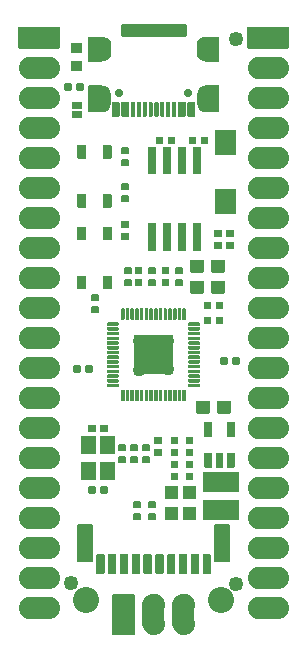
<source format=gbr>
G04 #@! TF.GenerationSoftware,KiCad,Pcbnew,5.1.12-84ad8e8a86~92~ubuntu18.04.1*
G04 #@! TF.CreationDate,2023-05-05T14:43:28+03:00*
G04 #@! TF.ProjectId,RP2040-PICO30_Rev_A,52503230-3430-42d5-9049-434f33305f52,A*
G04 #@! TF.SameCoordinates,Original*
G04 #@! TF.FileFunction,Soldermask,Top*
G04 #@! TF.FilePolarity,Negative*
%FSLAX46Y46*%
G04 Gerber Fmt 4.6, Leading zero omitted, Abs format (unit mm)*
G04 Created by KiCad (PCBNEW 5.1.12-84ad8e8a86~92~ubuntu18.04.1) date 2023-05-05 14:43:28*
%MOMM*%
%LPD*%
G01*
G04 APERTURE LIST*
%ADD10C,1.879600*%
%ADD11C,1.101600*%
%ADD12C,1.901600*%
%ADD13C,1.879600*%
%ADD14O,1.301600X2.301600*%
%ADD15C,0.701600*%
%ADD16O,1.401600X2.101600*%
%ADD17C,1.254000*%
%ADD18C,2.201600*%
%ADD19C,0.254000*%
%ADD20C,0.100000*%
G04 APERTURE END LIST*
D10*
X159390080Y-68409820D02*
X160987740Y-68409820D01*
X159390080Y-70949820D02*
X160987740Y-70949820D01*
X159390080Y-73489820D02*
X160987740Y-73489820D01*
X159390080Y-76029820D02*
X160987740Y-76029820D01*
X159390080Y-78569820D02*
X160987740Y-78569820D01*
X159390080Y-81109820D02*
X160987740Y-81109820D01*
X159390080Y-83649820D02*
X160987740Y-83649820D01*
X159390080Y-86189820D02*
X160987740Y-86189820D01*
X159390080Y-88729820D02*
X160987740Y-88729820D01*
X159390080Y-91269820D02*
X160987740Y-91269820D01*
X159390080Y-93809820D02*
X160987740Y-93809820D01*
X159390080Y-96349820D02*
X160987740Y-96349820D01*
X159390080Y-98889820D02*
X160987740Y-98889820D01*
X159390080Y-101429820D02*
X160987740Y-101429820D01*
X159390080Y-103969820D02*
X160987740Y-103969820D01*
X159390080Y-106509820D02*
X160987740Y-106509820D01*
X159390080Y-109049820D02*
X160987740Y-109049820D01*
X159390080Y-111589820D02*
X160987740Y-111589820D01*
X159390080Y-114129820D02*
X160987740Y-114129820D01*
X141605000Y-68414900D02*
X140004800Y-68414900D01*
X141605000Y-70954900D02*
X140004800Y-70954900D01*
X141605000Y-73494900D02*
X140004800Y-73494900D01*
X141605000Y-76034900D02*
X140004800Y-76034900D01*
X141605000Y-78574900D02*
X140004800Y-78574900D01*
X141605000Y-81114900D02*
X140004800Y-81114900D01*
X141605000Y-83654900D02*
X140004800Y-83654900D01*
X141605000Y-86194900D02*
X140004800Y-86194900D01*
X141605000Y-88734900D02*
X140004800Y-88734900D01*
X141605000Y-91274900D02*
X140004800Y-91274900D01*
X141605000Y-93814900D02*
X140004800Y-93814900D01*
X141605000Y-96354900D02*
X140004800Y-96354900D01*
X141605000Y-98894900D02*
X140004800Y-98894900D01*
X141605000Y-101434900D02*
X140004800Y-101434900D01*
X141605000Y-103974900D02*
X140004800Y-103974900D01*
X141605000Y-106514900D02*
X140004800Y-106514900D01*
X141605000Y-109054900D02*
X140004800Y-109054900D01*
X141605000Y-111594900D02*
X140004800Y-111594900D01*
X141605000Y-114122200D02*
X140004800Y-114122200D01*
X150495000Y-113919000D02*
X150495000Y-115443000D01*
X153035000Y-113919000D02*
X153035000Y-115443000D01*
G36*
G01*
X147744200Y-89710000D02*
X147744200Y-88835000D01*
G75*
G02*
X147795000Y-88784200I50800J0D01*
G01*
X147995000Y-88784200D01*
G75*
G02*
X148045800Y-88835000I0J-50800D01*
G01*
X148045800Y-89710000D01*
G75*
G02*
X147995000Y-89760800I-50800J0D01*
G01*
X147795000Y-89760800D01*
G75*
G02*
X147744200Y-89710000I0J50800D01*
G01*
G37*
G36*
G01*
X148144200Y-89710000D02*
X148144200Y-88835000D01*
G75*
G02*
X148195000Y-88784200I50800J0D01*
G01*
X148395000Y-88784200D01*
G75*
G02*
X148445800Y-88835000I0J-50800D01*
G01*
X148445800Y-89710000D01*
G75*
G02*
X148395000Y-89760800I-50800J0D01*
G01*
X148195000Y-89760800D01*
G75*
G02*
X148144200Y-89710000I0J50800D01*
G01*
G37*
G36*
G01*
X148544200Y-89710000D02*
X148544200Y-88835000D01*
G75*
G02*
X148595000Y-88784200I50800J0D01*
G01*
X148795000Y-88784200D01*
G75*
G02*
X148845800Y-88835000I0J-50800D01*
G01*
X148845800Y-89710000D01*
G75*
G02*
X148795000Y-89760800I-50800J0D01*
G01*
X148595000Y-89760800D01*
G75*
G02*
X148544200Y-89710000I0J50800D01*
G01*
G37*
G36*
G01*
X148944200Y-89710000D02*
X148944200Y-88835000D01*
G75*
G02*
X148995000Y-88784200I50800J0D01*
G01*
X149195000Y-88784200D01*
G75*
G02*
X149245800Y-88835000I0J-50800D01*
G01*
X149245800Y-89710000D01*
G75*
G02*
X149195000Y-89760800I-50800J0D01*
G01*
X148995000Y-89760800D01*
G75*
G02*
X148944200Y-89710000I0J50800D01*
G01*
G37*
G36*
G01*
X149344200Y-89710000D02*
X149344200Y-88835000D01*
G75*
G02*
X149395000Y-88784200I50800J0D01*
G01*
X149595000Y-88784200D01*
G75*
G02*
X149645800Y-88835000I0J-50800D01*
G01*
X149645800Y-89710000D01*
G75*
G02*
X149595000Y-89760800I-50800J0D01*
G01*
X149395000Y-89760800D01*
G75*
G02*
X149344200Y-89710000I0J50800D01*
G01*
G37*
G36*
G01*
X149744200Y-89710000D02*
X149744200Y-88835000D01*
G75*
G02*
X149795000Y-88784200I50800J0D01*
G01*
X149995000Y-88784200D01*
G75*
G02*
X150045800Y-88835000I0J-50800D01*
G01*
X150045800Y-89710000D01*
G75*
G02*
X149995000Y-89760800I-50800J0D01*
G01*
X149795000Y-89760800D01*
G75*
G02*
X149744200Y-89710000I0J50800D01*
G01*
G37*
G36*
G01*
X150144200Y-89710000D02*
X150144200Y-88835000D01*
G75*
G02*
X150195000Y-88784200I50800J0D01*
G01*
X150395000Y-88784200D01*
G75*
G02*
X150445800Y-88835000I0J-50800D01*
G01*
X150445800Y-89710000D01*
G75*
G02*
X150395000Y-89760800I-50800J0D01*
G01*
X150195000Y-89760800D01*
G75*
G02*
X150144200Y-89710000I0J50800D01*
G01*
G37*
G36*
G01*
X150544200Y-89710000D02*
X150544200Y-88835000D01*
G75*
G02*
X150595000Y-88784200I50800J0D01*
G01*
X150795000Y-88784200D01*
G75*
G02*
X150845800Y-88835000I0J-50800D01*
G01*
X150845800Y-89710000D01*
G75*
G02*
X150795000Y-89760800I-50800J0D01*
G01*
X150595000Y-89760800D01*
G75*
G02*
X150544200Y-89710000I0J50800D01*
G01*
G37*
G36*
G01*
X150944200Y-89710000D02*
X150944200Y-88835000D01*
G75*
G02*
X150995000Y-88784200I50800J0D01*
G01*
X151195000Y-88784200D01*
G75*
G02*
X151245800Y-88835000I0J-50800D01*
G01*
X151245800Y-89710000D01*
G75*
G02*
X151195000Y-89760800I-50800J0D01*
G01*
X150995000Y-89760800D01*
G75*
G02*
X150944200Y-89710000I0J50800D01*
G01*
G37*
G36*
G01*
X151344200Y-89710000D02*
X151344200Y-88835000D01*
G75*
G02*
X151395000Y-88784200I50800J0D01*
G01*
X151595000Y-88784200D01*
G75*
G02*
X151645800Y-88835000I0J-50800D01*
G01*
X151645800Y-89710000D01*
G75*
G02*
X151595000Y-89760800I-50800J0D01*
G01*
X151395000Y-89760800D01*
G75*
G02*
X151344200Y-89710000I0J50800D01*
G01*
G37*
G36*
G01*
X151744200Y-89710000D02*
X151744200Y-88835000D01*
G75*
G02*
X151795000Y-88784200I50800J0D01*
G01*
X151995000Y-88784200D01*
G75*
G02*
X152045800Y-88835000I0J-50800D01*
G01*
X152045800Y-89710000D01*
G75*
G02*
X151995000Y-89760800I-50800J0D01*
G01*
X151795000Y-89760800D01*
G75*
G02*
X151744200Y-89710000I0J50800D01*
G01*
G37*
G36*
G01*
X152144200Y-89710000D02*
X152144200Y-88835000D01*
G75*
G02*
X152195000Y-88784200I50800J0D01*
G01*
X152395000Y-88784200D01*
G75*
G02*
X152445800Y-88835000I0J-50800D01*
G01*
X152445800Y-89710000D01*
G75*
G02*
X152395000Y-89760800I-50800J0D01*
G01*
X152195000Y-89760800D01*
G75*
G02*
X152144200Y-89710000I0J50800D01*
G01*
G37*
G36*
G01*
X152544200Y-89710000D02*
X152544200Y-88835000D01*
G75*
G02*
X152595000Y-88784200I50800J0D01*
G01*
X152795000Y-88784200D01*
G75*
G02*
X152845800Y-88835000I0J-50800D01*
G01*
X152845800Y-89710000D01*
G75*
G02*
X152795000Y-89760800I-50800J0D01*
G01*
X152595000Y-89760800D01*
G75*
G02*
X152544200Y-89710000I0J50800D01*
G01*
G37*
G36*
G01*
X152944200Y-89710000D02*
X152944200Y-88835000D01*
G75*
G02*
X152995000Y-88784200I50800J0D01*
G01*
X153195000Y-88784200D01*
G75*
G02*
X153245800Y-88835000I0J-50800D01*
G01*
X153245800Y-89710000D01*
G75*
G02*
X153195000Y-89760800I-50800J0D01*
G01*
X152995000Y-89760800D01*
G75*
G02*
X152944200Y-89710000I0J50800D01*
G01*
G37*
G36*
G01*
X153444200Y-90210000D02*
X153444200Y-90010000D01*
G75*
G02*
X153495000Y-89959200I50800J0D01*
G01*
X154370000Y-89959200D01*
G75*
G02*
X154420800Y-90010000I0J-50800D01*
G01*
X154420800Y-90210000D01*
G75*
G02*
X154370000Y-90260800I-50800J0D01*
G01*
X153495000Y-90260800D01*
G75*
G02*
X153444200Y-90210000I0J50800D01*
G01*
G37*
G36*
G01*
X153444200Y-90610000D02*
X153444200Y-90410000D01*
G75*
G02*
X153495000Y-90359200I50800J0D01*
G01*
X154370000Y-90359200D01*
G75*
G02*
X154420800Y-90410000I0J-50800D01*
G01*
X154420800Y-90610000D01*
G75*
G02*
X154370000Y-90660800I-50800J0D01*
G01*
X153495000Y-90660800D01*
G75*
G02*
X153444200Y-90610000I0J50800D01*
G01*
G37*
G36*
G01*
X153444200Y-91010000D02*
X153444200Y-90810000D01*
G75*
G02*
X153495000Y-90759200I50800J0D01*
G01*
X154370000Y-90759200D01*
G75*
G02*
X154420800Y-90810000I0J-50800D01*
G01*
X154420800Y-91010000D01*
G75*
G02*
X154370000Y-91060800I-50800J0D01*
G01*
X153495000Y-91060800D01*
G75*
G02*
X153444200Y-91010000I0J50800D01*
G01*
G37*
G36*
G01*
X153444200Y-91410000D02*
X153444200Y-91210000D01*
G75*
G02*
X153495000Y-91159200I50800J0D01*
G01*
X154370000Y-91159200D01*
G75*
G02*
X154420800Y-91210000I0J-50800D01*
G01*
X154420800Y-91410000D01*
G75*
G02*
X154370000Y-91460800I-50800J0D01*
G01*
X153495000Y-91460800D01*
G75*
G02*
X153444200Y-91410000I0J50800D01*
G01*
G37*
G36*
G01*
X153444200Y-91810000D02*
X153444200Y-91610000D01*
G75*
G02*
X153495000Y-91559200I50800J0D01*
G01*
X154370000Y-91559200D01*
G75*
G02*
X154420800Y-91610000I0J-50800D01*
G01*
X154420800Y-91810000D01*
G75*
G02*
X154370000Y-91860800I-50800J0D01*
G01*
X153495000Y-91860800D01*
G75*
G02*
X153444200Y-91810000I0J50800D01*
G01*
G37*
G36*
G01*
X153444200Y-92210000D02*
X153444200Y-92010000D01*
G75*
G02*
X153495000Y-91959200I50800J0D01*
G01*
X154370000Y-91959200D01*
G75*
G02*
X154420800Y-92010000I0J-50800D01*
G01*
X154420800Y-92210000D01*
G75*
G02*
X154370000Y-92260800I-50800J0D01*
G01*
X153495000Y-92260800D01*
G75*
G02*
X153444200Y-92210000I0J50800D01*
G01*
G37*
G36*
G01*
X153444200Y-92610000D02*
X153444200Y-92410000D01*
G75*
G02*
X153495000Y-92359200I50800J0D01*
G01*
X154370000Y-92359200D01*
G75*
G02*
X154420800Y-92410000I0J-50800D01*
G01*
X154420800Y-92610000D01*
G75*
G02*
X154370000Y-92660800I-50800J0D01*
G01*
X153495000Y-92660800D01*
G75*
G02*
X153444200Y-92610000I0J50800D01*
G01*
G37*
G36*
G01*
X153444200Y-93010000D02*
X153444200Y-92810000D01*
G75*
G02*
X153495000Y-92759200I50800J0D01*
G01*
X154370000Y-92759200D01*
G75*
G02*
X154420800Y-92810000I0J-50800D01*
G01*
X154420800Y-93010000D01*
G75*
G02*
X154370000Y-93060800I-50800J0D01*
G01*
X153495000Y-93060800D01*
G75*
G02*
X153444200Y-93010000I0J50800D01*
G01*
G37*
G36*
G01*
X153444200Y-93410000D02*
X153444200Y-93210000D01*
G75*
G02*
X153495000Y-93159200I50800J0D01*
G01*
X154370000Y-93159200D01*
G75*
G02*
X154420800Y-93210000I0J-50800D01*
G01*
X154420800Y-93410000D01*
G75*
G02*
X154370000Y-93460800I-50800J0D01*
G01*
X153495000Y-93460800D01*
G75*
G02*
X153444200Y-93410000I0J50800D01*
G01*
G37*
G36*
G01*
X153444200Y-93810000D02*
X153444200Y-93610000D01*
G75*
G02*
X153495000Y-93559200I50800J0D01*
G01*
X154370000Y-93559200D01*
G75*
G02*
X154420800Y-93610000I0J-50800D01*
G01*
X154420800Y-93810000D01*
G75*
G02*
X154370000Y-93860800I-50800J0D01*
G01*
X153495000Y-93860800D01*
G75*
G02*
X153444200Y-93810000I0J50800D01*
G01*
G37*
G36*
G01*
X153444200Y-94210000D02*
X153444200Y-94010000D01*
G75*
G02*
X153495000Y-93959200I50800J0D01*
G01*
X154370000Y-93959200D01*
G75*
G02*
X154420800Y-94010000I0J-50800D01*
G01*
X154420800Y-94210000D01*
G75*
G02*
X154370000Y-94260800I-50800J0D01*
G01*
X153495000Y-94260800D01*
G75*
G02*
X153444200Y-94210000I0J50800D01*
G01*
G37*
G36*
G01*
X153444200Y-94610000D02*
X153444200Y-94410000D01*
G75*
G02*
X153495000Y-94359200I50800J0D01*
G01*
X154370000Y-94359200D01*
G75*
G02*
X154420800Y-94410000I0J-50800D01*
G01*
X154420800Y-94610000D01*
G75*
G02*
X154370000Y-94660800I-50800J0D01*
G01*
X153495000Y-94660800D01*
G75*
G02*
X153444200Y-94610000I0J50800D01*
G01*
G37*
G36*
G01*
X153444200Y-95010000D02*
X153444200Y-94810000D01*
G75*
G02*
X153495000Y-94759200I50800J0D01*
G01*
X154370000Y-94759200D01*
G75*
G02*
X154420800Y-94810000I0J-50800D01*
G01*
X154420800Y-95010000D01*
G75*
G02*
X154370000Y-95060800I-50800J0D01*
G01*
X153495000Y-95060800D01*
G75*
G02*
X153444200Y-95010000I0J50800D01*
G01*
G37*
G36*
G01*
X153444200Y-95410000D02*
X153444200Y-95210000D01*
G75*
G02*
X153495000Y-95159200I50800J0D01*
G01*
X154370000Y-95159200D01*
G75*
G02*
X154420800Y-95210000I0J-50800D01*
G01*
X154420800Y-95410000D01*
G75*
G02*
X154370000Y-95460800I-50800J0D01*
G01*
X153495000Y-95460800D01*
G75*
G02*
X153444200Y-95410000I0J50800D01*
G01*
G37*
G36*
G01*
X152944200Y-96585000D02*
X152944200Y-95710000D01*
G75*
G02*
X152995000Y-95659200I50800J0D01*
G01*
X153195000Y-95659200D01*
G75*
G02*
X153245800Y-95710000I0J-50800D01*
G01*
X153245800Y-96585000D01*
G75*
G02*
X153195000Y-96635800I-50800J0D01*
G01*
X152995000Y-96635800D01*
G75*
G02*
X152944200Y-96585000I0J50800D01*
G01*
G37*
G36*
G01*
X152544200Y-96585000D02*
X152544200Y-95710000D01*
G75*
G02*
X152595000Y-95659200I50800J0D01*
G01*
X152795000Y-95659200D01*
G75*
G02*
X152845800Y-95710000I0J-50800D01*
G01*
X152845800Y-96585000D01*
G75*
G02*
X152795000Y-96635800I-50800J0D01*
G01*
X152595000Y-96635800D01*
G75*
G02*
X152544200Y-96585000I0J50800D01*
G01*
G37*
G36*
G01*
X152144200Y-96585000D02*
X152144200Y-95710000D01*
G75*
G02*
X152195000Y-95659200I50800J0D01*
G01*
X152395000Y-95659200D01*
G75*
G02*
X152445800Y-95710000I0J-50800D01*
G01*
X152445800Y-96585000D01*
G75*
G02*
X152395000Y-96635800I-50800J0D01*
G01*
X152195000Y-96635800D01*
G75*
G02*
X152144200Y-96585000I0J50800D01*
G01*
G37*
G36*
G01*
X151744200Y-96585000D02*
X151744200Y-95710000D01*
G75*
G02*
X151795000Y-95659200I50800J0D01*
G01*
X151995000Y-95659200D01*
G75*
G02*
X152045800Y-95710000I0J-50800D01*
G01*
X152045800Y-96585000D01*
G75*
G02*
X151995000Y-96635800I-50800J0D01*
G01*
X151795000Y-96635800D01*
G75*
G02*
X151744200Y-96585000I0J50800D01*
G01*
G37*
G36*
G01*
X151344200Y-96585000D02*
X151344200Y-95710000D01*
G75*
G02*
X151395000Y-95659200I50800J0D01*
G01*
X151595000Y-95659200D01*
G75*
G02*
X151645800Y-95710000I0J-50800D01*
G01*
X151645800Y-96585000D01*
G75*
G02*
X151595000Y-96635800I-50800J0D01*
G01*
X151395000Y-96635800D01*
G75*
G02*
X151344200Y-96585000I0J50800D01*
G01*
G37*
G36*
G01*
X150944200Y-96585000D02*
X150944200Y-95710000D01*
G75*
G02*
X150995000Y-95659200I50800J0D01*
G01*
X151195000Y-95659200D01*
G75*
G02*
X151245800Y-95710000I0J-50800D01*
G01*
X151245800Y-96585000D01*
G75*
G02*
X151195000Y-96635800I-50800J0D01*
G01*
X150995000Y-96635800D01*
G75*
G02*
X150944200Y-96585000I0J50800D01*
G01*
G37*
G36*
G01*
X150544200Y-96585000D02*
X150544200Y-95710000D01*
G75*
G02*
X150595000Y-95659200I50800J0D01*
G01*
X150795000Y-95659200D01*
G75*
G02*
X150845800Y-95710000I0J-50800D01*
G01*
X150845800Y-96585000D01*
G75*
G02*
X150795000Y-96635800I-50800J0D01*
G01*
X150595000Y-96635800D01*
G75*
G02*
X150544200Y-96585000I0J50800D01*
G01*
G37*
G36*
G01*
X150144200Y-96585000D02*
X150144200Y-95710000D01*
G75*
G02*
X150195000Y-95659200I50800J0D01*
G01*
X150395000Y-95659200D01*
G75*
G02*
X150445800Y-95710000I0J-50800D01*
G01*
X150445800Y-96585000D01*
G75*
G02*
X150395000Y-96635800I-50800J0D01*
G01*
X150195000Y-96635800D01*
G75*
G02*
X150144200Y-96585000I0J50800D01*
G01*
G37*
G36*
G01*
X149744200Y-96585000D02*
X149744200Y-95710000D01*
G75*
G02*
X149795000Y-95659200I50800J0D01*
G01*
X149995000Y-95659200D01*
G75*
G02*
X150045800Y-95710000I0J-50800D01*
G01*
X150045800Y-96585000D01*
G75*
G02*
X149995000Y-96635800I-50800J0D01*
G01*
X149795000Y-96635800D01*
G75*
G02*
X149744200Y-96585000I0J50800D01*
G01*
G37*
G36*
G01*
X149344200Y-96585000D02*
X149344200Y-95710000D01*
G75*
G02*
X149395000Y-95659200I50800J0D01*
G01*
X149595000Y-95659200D01*
G75*
G02*
X149645800Y-95710000I0J-50800D01*
G01*
X149645800Y-96585000D01*
G75*
G02*
X149595000Y-96635800I-50800J0D01*
G01*
X149395000Y-96635800D01*
G75*
G02*
X149344200Y-96585000I0J50800D01*
G01*
G37*
G36*
G01*
X148944200Y-96585000D02*
X148944200Y-95710000D01*
G75*
G02*
X148995000Y-95659200I50800J0D01*
G01*
X149195000Y-95659200D01*
G75*
G02*
X149245800Y-95710000I0J-50800D01*
G01*
X149245800Y-96585000D01*
G75*
G02*
X149195000Y-96635800I-50800J0D01*
G01*
X148995000Y-96635800D01*
G75*
G02*
X148944200Y-96585000I0J50800D01*
G01*
G37*
G36*
G01*
X148544200Y-96585000D02*
X148544200Y-95710000D01*
G75*
G02*
X148595000Y-95659200I50800J0D01*
G01*
X148795000Y-95659200D01*
G75*
G02*
X148845800Y-95710000I0J-50800D01*
G01*
X148845800Y-96585000D01*
G75*
G02*
X148795000Y-96635800I-50800J0D01*
G01*
X148595000Y-96635800D01*
G75*
G02*
X148544200Y-96585000I0J50800D01*
G01*
G37*
G36*
G01*
X148144200Y-96585000D02*
X148144200Y-95710000D01*
G75*
G02*
X148195000Y-95659200I50800J0D01*
G01*
X148395000Y-95659200D01*
G75*
G02*
X148445800Y-95710000I0J-50800D01*
G01*
X148445800Y-96585000D01*
G75*
G02*
X148395000Y-96635800I-50800J0D01*
G01*
X148195000Y-96635800D01*
G75*
G02*
X148144200Y-96585000I0J50800D01*
G01*
G37*
G36*
G01*
X147744200Y-96585000D02*
X147744200Y-95710000D01*
G75*
G02*
X147795000Y-95659200I50800J0D01*
G01*
X147995000Y-95659200D01*
G75*
G02*
X148045800Y-95710000I0J-50800D01*
G01*
X148045800Y-96585000D01*
G75*
G02*
X147995000Y-96635800I-50800J0D01*
G01*
X147795000Y-96635800D01*
G75*
G02*
X147744200Y-96585000I0J50800D01*
G01*
G37*
G36*
G01*
X146569200Y-95410000D02*
X146569200Y-95210000D01*
G75*
G02*
X146620000Y-95159200I50800J0D01*
G01*
X147495000Y-95159200D01*
G75*
G02*
X147545800Y-95210000I0J-50800D01*
G01*
X147545800Y-95410000D01*
G75*
G02*
X147495000Y-95460800I-50800J0D01*
G01*
X146620000Y-95460800D01*
G75*
G02*
X146569200Y-95410000I0J50800D01*
G01*
G37*
G36*
G01*
X146569200Y-95010000D02*
X146569200Y-94810000D01*
G75*
G02*
X146620000Y-94759200I50800J0D01*
G01*
X147495000Y-94759200D01*
G75*
G02*
X147545800Y-94810000I0J-50800D01*
G01*
X147545800Y-95010000D01*
G75*
G02*
X147495000Y-95060800I-50800J0D01*
G01*
X146620000Y-95060800D01*
G75*
G02*
X146569200Y-95010000I0J50800D01*
G01*
G37*
G36*
G01*
X146569200Y-94610000D02*
X146569200Y-94410000D01*
G75*
G02*
X146620000Y-94359200I50800J0D01*
G01*
X147495000Y-94359200D01*
G75*
G02*
X147545800Y-94410000I0J-50800D01*
G01*
X147545800Y-94610000D01*
G75*
G02*
X147495000Y-94660800I-50800J0D01*
G01*
X146620000Y-94660800D01*
G75*
G02*
X146569200Y-94610000I0J50800D01*
G01*
G37*
G36*
G01*
X146569200Y-94210000D02*
X146569200Y-94010000D01*
G75*
G02*
X146620000Y-93959200I50800J0D01*
G01*
X147495000Y-93959200D01*
G75*
G02*
X147545800Y-94010000I0J-50800D01*
G01*
X147545800Y-94210000D01*
G75*
G02*
X147495000Y-94260800I-50800J0D01*
G01*
X146620000Y-94260800D01*
G75*
G02*
X146569200Y-94210000I0J50800D01*
G01*
G37*
G36*
G01*
X146569200Y-93810000D02*
X146569200Y-93610000D01*
G75*
G02*
X146620000Y-93559200I50800J0D01*
G01*
X147495000Y-93559200D01*
G75*
G02*
X147545800Y-93610000I0J-50800D01*
G01*
X147545800Y-93810000D01*
G75*
G02*
X147495000Y-93860800I-50800J0D01*
G01*
X146620000Y-93860800D01*
G75*
G02*
X146569200Y-93810000I0J50800D01*
G01*
G37*
G36*
G01*
X146569200Y-93410000D02*
X146569200Y-93210000D01*
G75*
G02*
X146620000Y-93159200I50800J0D01*
G01*
X147495000Y-93159200D01*
G75*
G02*
X147545800Y-93210000I0J-50800D01*
G01*
X147545800Y-93410000D01*
G75*
G02*
X147495000Y-93460800I-50800J0D01*
G01*
X146620000Y-93460800D01*
G75*
G02*
X146569200Y-93410000I0J50800D01*
G01*
G37*
G36*
G01*
X146569200Y-93010000D02*
X146569200Y-92810000D01*
G75*
G02*
X146620000Y-92759200I50800J0D01*
G01*
X147495000Y-92759200D01*
G75*
G02*
X147545800Y-92810000I0J-50800D01*
G01*
X147545800Y-93010000D01*
G75*
G02*
X147495000Y-93060800I-50800J0D01*
G01*
X146620000Y-93060800D01*
G75*
G02*
X146569200Y-93010000I0J50800D01*
G01*
G37*
G36*
G01*
X146569200Y-92610000D02*
X146569200Y-92410000D01*
G75*
G02*
X146620000Y-92359200I50800J0D01*
G01*
X147495000Y-92359200D01*
G75*
G02*
X147545800Y-92410000I0J-50800D01*
G01*
X147545800Y-92610000D01*
G75*
G02*
X147495000Y-92660800I-50800J0D01*
G01*
X146620000Y-92660800D01*
G75*
G02*
X146569200Y-92610000I0J50800D01*
G01*
G37*
G36*
G01*
X146569200Y-92210000D02*
X146569200Y-92010000D01*
G75*
G02*
X146620000Y-91959200I50800J0D01*
G01*
X147495000Y-91959200D01*
G75*
G02*
X147545800Y-92010000I0J-50800D01*
G01*
X147545800Y-92210000D01*
G75*
G02*
X147495000Y-92260800I-50800J0D01*
G01*
X146620000Y-92260800D01*
G75*
G02*
X146569200Y-92210000I0J50800D01*
G01*
G37*
G36*
G01*
X146569200Y-91810000D02*
X146569200Y-91610000D01*
G75*
G02*
X146620000Y-91559200I50800J0D01*
G01*
X147495000Y-91559200D01*
G75*
G02*
X147545800Y-91610000I0J-50800D01*
G01*
X147545800Y-91810000D01*
G75*
G02*
X147495000Y-91860800I-50800J0D01*
G01*
X146620000Y-91860800D01*
G75*
G02*
X146569200Y-91810000I0J50800D01*
G01*
G37*
G36*
G01*
X146569200Y-91410000D02*
X146569200Y-91210000D01*
G75*
G02*
X146620000Y-91159200I50800J0D01*
G01*
X147495000Y-91159200D01*
G75*
G02*
X147545800Y-91210000I0J-50800D01*
G01*
X147545800Y-91410000D01*
G75*
G02*
X147495000Y-91460800I-50800J0D01*
G01*
X146620000Y-91460800D01*
G75*
G02*
X146569200Y-91410000I0J50800D01*
G01*
G37*
G36*
G01*
X146569200Y-91010000D02*
X146569200Y-90810000D01*
G75*
G02*
X146620000Y-90759200I50800J0D01*
G01*
X147495000Y-90759200D01*
G75*
G02*
X147545800Y-90810000I0J-50800D01*
G01*
X147545800Y-91010000D01*
G75*
G02*
X147495000Y-91060800I-50800J0D01*
G01*
X146620000Y-91060800D01*
G75*
G02*
X146569200Y-91010000I0J50800D01*
G01*
G37*
G36*
G01*
X146569200Y-90610000D02*
X146569200Y-90410000D01*
G75*
G02*
X146620000Y-90359200I50800J0D01*
G01*
X147495000Y-90359200D01*
G75*
G02*
X147545800Y-90410000I0J-50800D01*
G01*
X147545800Y-90610000D01*
G75*
G02*
X147495000Y-90660800I-50800J0D01*
G01*
X146620000Y-90660800D01*
G75*
G02*
X146569200Y-90610000I0J50800D01*
G01*
G37*
G36*
G01*
X146569200Y-90210000D02*
X146569200Y-90010000D01*
G75*
G02*
X146620000Y-89959200I50800J0D01*
G01*
X147495000Y-89959200D01*
G75*
G02*
X147545800Y-90010000I0J-50800D01*
G01*
X147545800Y-90210000D01*
G75*
G02*
X147495000Y-90260800I-50800J0D01*
G01*
X146620000Y-90260800D01*
G75*
G02*
X146569200Y-90210000I0J50800D01*
G01*
G37*
D11*
X151695000Y-93910000D03*
X149295000Y-93980000D03*
D12*
X150495000Y-92710000D03*
D11*
X151695000Y-91510000D03*
X149295000Y-91510000D03*
G36*
G01*
X148844200Y-94310000D02*
X148844200Y-91110000D01*
G75*
G02*
X148895000Y-91059200I50800J0D01*
G01*
X152095000Y-91059200D01*
G75*
G02*
X152145800Y-91110000I0J-50800D01*
G01*
X152145800Y-94310000D01*
G75*
G02*
X152095000Y-94360800I-50800J0D01*
G01*
X148895000Y-94360800D01*
G75*
G02*
X148844200Y-94310000I0J50800D01*
G01*
G37*
G36*
G01*
X145649200Y-111200000D02*
X145649200Y-109650000D01*
G75*
G02*
X145700000Y-109599200I50800J0D01*
G01*
X146300000Y-109599200D01*
G75*
G02*
X146350800Y-109650000I0J-50800D01*
G01*
X146350800Y-111200000D01*
G75*
G02*
X146300000Y-111250800I-50800J0D01*
G01*
X145700000Y-111250800D01*
G75*
G02*
X145649200Y-111200000I0J50800D01*
G01*
G37*
G36*
G01*
X146649200Y-111200000D02*
X146649200Y-109650000D01*
G75*
G02*
X146700000Y-109599200I50800J0D01*
G01*
X147300000Y-109599200D01*
G75*
G02*
X147350800Y-109650000I0J-50800D01*
G01*
X147350800Y-111200000D01*
G75*
G02*
X147300000Y-111250800I-50800J0D01*
G01*
X146700000Y-111250800D01*
G75*
G02*
X146649200Y-111200000I0J50800D01*
G01*
G37*
G36*
G01*
X147649200Y-111200000D02*
X147649200Y-109650000D01*
G75*
G02*
X147700000Y-109599200I50800J0D01*
G01*
X148300000Y-109599200D01*
G75*
G02*
X148350800Y-109650000I0J-50800D01*
G01*
X148350800Y-111200000D01*
G75*
G02*
X148300000Y-111250800I-50800J0D01*
G01*
X147700000Y-111250800D01*
G75*
G02*
X147649200Y-111200000I0J50800D01*
G01*
G37*
G36*
G01*
X148649200Y-111200000D02*
X148649200Y-109650000D01*
G75*
G02*
X148700000Y-109599200I50800J0D01*
G01*
X149300000Y-109599200D01*
G75*
G02*
X149350800Y-109650000I0J-50800D01*
G01*
X149350800Y-111200000D01*
G75*
G02*
X149300000Y-111250800I-50800J0D01*
G01*
X148700000Y-111250800D01*
G75*
G02*
X148649200Y-111200000I0J50800D01*
G01*
G37*
G36*
G01*
X149649200Y-111200000D02*
X149649200Y-109650000D01*
G75*
G02*
X149700000Y-109599200I50800J0D01*
G01*
X150300000Y-109599200D01*
G75*
G02*
X150350800Y-109650000I0J-50800D01*
G01*
X150350800Y-111200000D01*
G75*
G02*
X150300000Y-111250800I-50800J0D01*
G01*
X149700000Y-111250800D01*
G75*
G02*
X149649200Y-111200000I0J50800D01*
G01*
G37*
G36*
G01*
X150649200Y-111200000D02*
X150649200Y-109650000D01*
G75*
G02*
X150700000Y-109599200I50800J0D01*
G01*
X151300000Y-109599200D01*
G75*
G02*
X151350800Y-109650000I0J-50800D01*
G01*
X151350800Y-111200000D01*
G75*
G02*
X151300000Y-111250800I-50800J0D01*
G01*
X150700000Y-111250800D01*
G75*
G02*
X150649200Y-111200000I0J50800D01*
G01*
G37*
G36*
G01*
X151649200Y-111200000D02*
X151649200Y-109650000D01*
G75*
G02*
X151700000Y-109599200I50800J0D01*
G01*
X152300000Y-109599200D01*
G75*
G02*
X152350800Y-109650000I0J-50800D01*
G01*
X152350800Y-111200000D01*
G75*
G02*
X152300000Y-111250800I-50800J0D01*
G01*
X151700000Y-111250800D01*
G75*
G02*
X151649200Y-111200000I0J50800D01*
G01*
G37*
G36*
G01*
X152649200Y-111200000D02*
X152649200Y-109650000D01*
G75*
G02*
X152700000Y-109599200I50800J0D01*
G01*
X153300000Y-109599200D01*
G75*
G02*
X153350800Y-109650000I0J-50800D01*
G01*
X153350800Y-111200000D01*
G75*
G02*
X153300000Y-111250800I-50800J0D01*
G01*
X152700000Y-111250800D01*
G75*
G02*
X152649200Y-111200000I0J50800D01*
G01*
G37*
G36*
G01*
X153649200Y-111200000D02*
X153649200Y-109650000D01*
G75*
G02*
X153700000Y-109599200I50800J0D01*
G01*
X154300000Y-109599200D01*
G75*
G02*
X154350800Y-109650000I0J-50800D01*
G01*
X154350800Y-111200000D01*
G75*
G02*
X154300000Y-111250800I-50800J0D01*
G01*
X153700000Y-111250800D01*
G75*
G02*
X153649200Y-111200000I0J50800D01*
G01*
G37*
G36*
G01*
X154649200Y-111200000D02*
X154649200Y-109650000D01*
G75*
G02*
X154700000Y-109599200I50800J0D01*
G01*
X155300000Y-109599200D01*
G75*
G02*
X155350800Y-109650000I0J-50800D01*
G01*
X155350800Y-111200000D01*
G75*
G02*
X155300000Y-111250800I-50800J0D01*
G01*
X154700000Y-111250800D01*
G75*
G02*
X154649200Y-111200000I0J50800D01*
G01*
G37*
G36*
G01*
X144049200Y-110200000D02*
X144049200Y-107100000D01*
G75*
G02*
X144100000Y-107049200I50800J0D01*
G01*
X145300000Y-107049200D01*
G75*
G02*
X145350800Y-107100000I0J-50800D01*
G01*
X145350800Y-110200000D01*
G75*
G02*
X145300000Y-110250800I-50800J0D01*
G01*
X144100000Y-110250800D01*
G75*
G02*
X144049200Y-110200000I0J50800D01*
G01*
G37*
G36*
G01*
X155649200Y-110200000D02*
X155649200Y-107100000D01*
G75*
G02*
X155700000Y-107049200I50800J0D01*
G01*
X156900000Y-107049200D01*
G75*
G02*
X156950800Y-107100000I0J-50800D01*
G01*
X156950800Y-110200000D01*
G75*
G02*
X156900000Y-110250800I-50800J0D01*
G01*
X155700000Y-110250800D01*
G75*
G02*
X155649200Y-110200000I0J50800D01*
G01*
G37*
D13*
X141610000Y-73490000D03*
X141610000Y-70950000D03*
X141610000Y-68410000D03*
G36*
G01*
X140721000Y-64930200D02*
X142499000Y-64930200D01*
G75*
G02*
X142549800Y-64981000I0J-50800D01*
G01*
X142549800Y-66759000D01*
G75*
G02*
X142499000Y-66809800I-50800J0D01*
G01*
X140721000Y-66809800D01*
G75*
G02*
X140670200Y-66759000I0J50800D01*
G01*
X140670200Y-64981000D01*
G75*
G02*
X140721000Y-64930200I50800J0D01*
G01*
G37*
X141610000Y-76030000D03*
X141610000Y-78570000D03*
X141610000Y-83650000D03*
X141610000Y-81110000D03*
X141610000Y-86190000D03*
X141610000Y-88730000D03*
X141610000Y-93810000D03*
X141610000Y-91270000D03*
X141610000Y-96350000D03*
X141610000Y-98890000D03*
X141610000Y-103970000D03*
X141610000Y-101430000D03*
X141610000Y-111590000D03*
X141610000Y-114130000D03*
X141610000Y-109050000D03*
X141610000Y-106510000D03*
X159390000Y-73490000D03*
X159390000Y-70950000D03*
X159390000Y-68410000D03*
G36*
G01*
X158501000Y-64930200D02*
X160279000Y-64930200D01*
G75*
G02*
X160329800Y-64981000I0J-50800D01*
G01*
X160329800Y-66759000D01*
G75*
G02*
X160279000Y-66809800I-50800J0D01*
G01*
X158501000Y-66809800D01*
G75*
G02*
X158450200Y-66759000I0J50800D01*
G01*
X158450200Y-64981000D01*
G75*
G02*
X158501000Y-64930200I50800J0D01*
G01*
G37*
X159390000Y-76030000D03*
X159390000Y-78570000D03*
X159390000Y-83650000D03*
X159390000Y-81110000D03*
X159390000Y-86190000D03*
X159390000Y-88730000D03*
X159390000Y-93810000D03*
X159390000Y-91270000D03*
X159390000Y-96350000D03*
X159390000Y-98890000D03*
X159390000Y-103970000D03*
X159390000Y-101430000D03*
X159390000Y-111590000D03*
X159390000Y-114130000D03*
X159390000Y-109050000D03*
X159390000Y-106510000D03*
G36*
G01*
X147020200Y-114789000D02*
X147020200Y-113011000D01*
G75*
G02*
X147071000Y-112960200I50800J0D01*
G01*
X148849000Y-112960200D01*
G75*
G02*
X148899800Y-113011000I0J-50800D01*
G01*
X148899800Y-114789000D01*
G75*
G02*
X148849000Y-114839800I-50800J0D01*
G01*
X147071000Y-114839800D01*
G75*
G02*
X147020200Y-114789000I0J50800D01*
G01*
G37*
X150500000Y-113900000D03*
X153040000Y-113900000D03*
X153040000Y-115500000D03*
X150500000Y-115500000D03*
G36*
G01*
X147020200Y-116389000D02*
X147020200Y-114611000D01*
G75*
G02*
X147071000Y-114560200I50800J0D01*
G01*
X148849000Y-114560200D01*
G75*
G02*
X148899800Y-114611000I0J-50800D01*
G01*
X148899800Y-116389000D01*
G75*
G02*
X148849000Y-116439800I-50800J0D01*
G01*
X147071000Y-116439800D01*
G75*
G02*
X147020200Y-116389000I0J50800D01*
G01*
G37*
X140000000Y-106510000D03*
X140000000Y-109050000D03*
X140000000Y-114130000D03*
X140000000Y-111590000D03*
X140000000Y-101430000D03*
X140000000Y-103970000D03*
X140000000Y-98890000D03*
X140000000Y-96350000D03*
X140000000Y-91270000D03*
X140000000Y-93810000D03*
X140000000Y-88730000D03*
X140000000Y-86190000D03*
X140000000Y-81110000D03*
X140000000Y-83650000D03*
X140000000Y-78570000D03*
X140000000Y-76030000D03*
G36*
G01*
X139111000Y-64930200D02*
X140889000Y-64930200D01*
G75*
G02*
X140939800Y-64981000I0J-50800D01*
G01*
X140939800Y-66759000D01*
G75*
G02*
X140889000Y-66809800I-50800J0D01*
G01*
X139111000Y-66809800D01*
G75*
G02*
X139060200Y-66759000I0J50800D01*
G01*
X139060200Y-64981000D01*
G75*
G02*
X139111000Y-64930200I50800J0D01*
G01*
G37*
X140000000Y-68410000D03*
X140000000Y-70950000D03*
X140000000Y-73490000D03*
X161000000Y-73490000D03*
X161000000Y-70950000D03*
X161000000Y-68410000D03*
G36*
G01*
X160111000Y-64930200D02*
X161889000Y-64930200D01*
G75*
G02*
X161939800Y-64981000I0J-50800D01*
G01*
X161939800Y-66759000D01*
G75*
G02*
X161889000Y-66809800I-50800J0D01*
G01*
X160111000Y-66809800D01*
G75*
G02*
X160060200Y-66759000I0J50800D01*
G01*
X160060200Y-64981000D01*
G75*
G02*
X160111000Y-64930200I50800J0D01*
G01*
G37*
X161000000Y-76030000D03*
X161000000Y-78570000D03*
X161000000Y-83650000D03*
X161000000Y-81110000D03*
X161000000Y-86190000D03*
X161000000Y-88730000D03*
X161000000Y-93810000D03*
X161000000Y-91270000D03*
X161000000Y-96350000D03*
X161000000Y-98890000D03*
X161000000Y-103970000D03*
X161000000Y-101430000D03*
X161000000Y-111590000D03*
X161000000Y-114130000D03*
X161000000Y-109050000D03*
X161000000Y-106510000D03*
G36*
G01*
X147375800Y-71357000D02*
X147375800Y-72507000D01*
G75*
G02*
X147325000Y-72557800I-50800J0D01*
G01*
X147025000Y-72557800D01*
G75*
G02*
X146974200Y-72507000I0J50800D01*
G01*
X146974200Y-71357000D01*
G75*
G02*
X147025000Y-71306200I50800J0D01*
G01*
X147325000Y-71306200D01*
G75*
G02*
X147375800Y-71357000I0J-50800D01*
G01*
G37*
G36*
G01*
X154025800Y-71357000D02*
X154025800Y-72507000D01*
G75*
G02*
X153975000Y-72557800I-50800J0D01*
G01*
X153675000Y-72557800D01*
G75*
G02*
X153624200Y-72507000I0J50800D01*
G01*
X153624200Y-71357000D01*
G75*
G02*
X153675000Y-71306200I50800J0D01*
G01*
X153975000Y-71306200D01*
G75*
G02*
X154025800Y-71357000I0J-50800D01*
G01*
G37*
G36*
G01*
X147625800Y-71357000D02*
X147625800Y-72507000D01*
G75*
G02*
X147575000Y-72557800I-50800J0D01*
G01*
X147275000Y-72557800D01*
G75*
G02*
X147224200Y-72507000I0J50800D01*
G01*
X147224200Y-71357000D01*
G75*
G02*
X147275000Y-71306200I50800J0D01*
G01*
X147575000Y-71306200D01*
G75*
G02*
X147625800Y-71357000I0J-50800D01*
G01*
G37*
G36*
G01*
X153775800Y-71357000D02*
X153775800Y-72507000D01*
G75*
G02*
X153725000Y-72557800I-50800J0D01*
G01*
X153425000Y-72557800D01*
G75*
G02*
X153374200Y-72507000I0J50800D01*
G01*
X153374200Y-71357000D01*
G75*
G02*
X153425000Y-71306200I50800J0D01*
G01*
X153725000Y-71306200D01*
G75*
G02*
X153775800Y-71357000I0J-50800D01*
G01*
G37*
G36*
G01*
X148175800Y-71357000D02*
X148175800Y-72507000D01*
G75*
G02*
X148125000Y-72557800I-50800J0D01*
G01*
X147825000Y-72557800D01*
G75*
G02*
X147774200Y-72507000I0J50800D01*
G01*
X147774200Y-71357000D01*
G75*
G02*
X147825000Y-71306200I50800J0D01*
G01*
X148125000Y-71306200D01*
G75*
G02*
X148175800Y-71357000I0J-50800D01*
G01*
G37*
G36*
G01*
X153225800Y-71357000D02*
X153225800Y-72507000D01*
G75*
G02*
X153175000Y-72557800I-50800J0D01*
G01*
X152875000Y-72557800D01*
G75*
G02*
X152824200Y-72507000I0J50800D01*
G01*
X152824200Y-71357000D01*
G75*
G02*
X152875000Y-71306200I50800J0D01*
G01*
X153175000Y-71306200D01*
G75*
G02*
X153225800Y-71357000I0J-50800D01*
G01*
G37*
G36*
G01*
X148425800Y-71357000D02*
X148425800Y-72507000D01*
G75*
G02*
X148375000Y-72557800I-50800J0D01*
G01*
X148075000Y-72557800D01*
G75*
G02*
X148024200Y-72507000I0J50800D01*
G01*
X148024200Y-71357000D01*
G75*
G02*
X148075000Y-71306200I50800J0D01*
G01*
X148375000Y-71306200D01*
G75*
G02*
X148425800Y-71357000I0J-50800D01*
G01*
G37*
G36*
G01*
X152975800Y-71357000D02*
X152975800Y-72507000D01*
G75*
G02*
X152925000Y-72557800I-50800J0D01*
G01*
X152625000Y-72557800D01*
G75*
G02*
X152574200Y-72507000I0J50800D01*
G01*
X152574200Y-71357000D01*
G75*
G02*
X152625000Y-71306200I50800J0D01*
G01*
X152925000Y-71306200D01*
G75*
G02*
X152975800Y-71357000I0J-50800D01*
G01*
G37*
D14*
X154820000Y-71030000D03*
D15*
X153390000Y-70530000D03*
D16*
X154820000Y-66850000D03*
X146180000Y-66850000D03*
D14*
X146180000Y-71030000D03*
G36*
G01*
X150925800Y-71357000D02*
X150925800Y-72507000D01*
G75*
G02*
X150875000Y-72557800I-50800J0D01*
G01*
X150625000Y-72557800D01*
G75*
G02*
X150574200Y-72507000I0J50800D01*
G01*
X150574200Y-71357000D01*
G75*
G02*
X150625000Y-71306200I50800J0D01*
G01*
X150875000Y-71306200D01*
G75*
G02*
X150925800Y-71357000I0J-50800D01*
G01*
G37*
G36*
G01*
X149925800Y-71357000D02*
X149925800Y-72507000D01*
G75*
G02*
X149875000Y-72557800I-50800J0D01*
G01*
X149625000Y-72557800D01*
G75*
G02*
X149574200Y-72507000I0J50800D01*
G01*
X149574200Y-71357000D01*
G75*
G02*
X149625000Y-71306200I50800J0D01*
G01*
X149875000Y-71306200D01*
G75*
G02*
X149925800Y-71357000I0J-50800D01*
G01*
G37*
G36*
G01*
X149425800Y-71357000D02*
X149425800Y-72507000D01*
G75*
G02*
X149375000Y-72557800I-50800J0D01*
G01*
X149125000Y-72557800D01*
G75*
G02*
X149074200Y-72507000I0J50800D01*
G01*
X149074200Y-71357000D01*
G75*
G02*
X149125000Y-71306200I50800J0D01*
G01*
X149375000Y-71306200D01*
G75*
G02*
X149425800Y-71357000I0J-50800D01*
G01*
G37*
G36*
G01*
X150425800Y-71357000D02*
X150425800Y-72507000D01*
G75*
G02*
X150375000Y-72557800I-50800J0D01*
G01*
X150125000Y-72557800D01*
G75*
G02*
X150074200Y-72507000I0J50800D01*
G01*
X150074200Y-71357000D01*
G75*
G02*
X150125000Y-71306200I50800J0D01*
G01*
X150375000Y-71306200D01*
G75*
G02*
X150425800Y-71357000I0J-50800D01*
G01*
G37*
G36*
G01*
X148925800Y-71357000D02*
X148925800Y-72507000D01*
G75*
G02*
X148875000Y-72557800I-50800J0D01*
G01*
X148625000Y-72557800D01*
G75*
G02*
X148574200Y-72507000I0J50800D01*
G01*
X148574200Y-71357000D01*
G75*
G02*
X148625000Y-71306200I50800J0D01*
G01*
X148875000Y-71306200D01*
G75*
G02*
X148925800Y-71357000I0J-50800D01*
G01*
G37*
G36*
G01*
X151425800Y-71357000D02*
X151425800Y-72507000D01*
G75*
G02*
X151375000Y-72557800I-50800J0D01*
G01*
X151125000Y-72557800D01*
G75*
G02*
X151074200Y-72507000I0J50800D01*
G01*
X151074200Y-71357000D01*
G75*
G02*
X151125000Y-71306200I50800J0D01*
G01*
X151375000Y-71306200D01*
G75*
G02*
X151425800Y-71357000I0J-50800D01*
G01*
G37*
G36*
G01*
X151925800Y-71357000D02*
X151925800Y-72507000D01*
G75*
G02*
X151875000Y-72557800I-50800J0D01*
G01*
X151625000Y-72557800D01*
G75*
G02*
X151574200Y-72507000I0J50800D01*
G01*
X151574200Y-71357000D01*
G75*
G02*
X151625000Y-71306200I50800J0D01*
G01*
X151875000Y-71306200D01*
G75*
G02*
X151925800Y-71357000I0J-50800D01*
G01*
G37*
G36*
G01*
X152425800Y-71357000D02*
X152425800Y-72507000D01*
G75*
G02*
X152375000Y-72557800I-50800J0D01*
G01*
X152125000Y-72557800D01*
G75*
G02*
X152074200Y-72507000I0J50800D01*
G01*
X152074200Y-71357000D01*
G75*
G02*
X152125000Y-71306200I50800J0D01*
G01*
X152375000Y-71306200D01*
G75*
G02*
X152425800Y-71357000I0J-50800D01*
G01*
G37*
D15*
X147610000Y-70530000D03*
G36*
G01*
X156028400Y-69930000D02*
X156028400Y-72130000D01*
G75*
G02*
X155977600Y-72180800I-50800J0D01*
G01*
X154877600Y-72180800D01*
G75*
G02*
X154826800Y-72130000I0J50800D01*
G01*
X154826800Y-69930000D01*
G75*
G02*
X154877600Y-69879200I50800J0D01*
G01*
X155977600Y-69879200D01*
G75*
G02*
X156028400Y-69930000I0J-50800D01*
G01*
G37*
G36*
G01*
X156028400Y-65850000D02*
X156028400Y-67850000D01*
G75*
G02*
X155977600Y-67900800I-50800J0D01*
G01*
X154877600Y-67900800D01*
G75*
G02*
X154826800Y-67850000I0J50800D01*
G01*
X154826800Y-65850000D01*
G75*
G02*
X154877600Y-65799200I50800J0D01*
G01*
X155977600Y-65799200D01*
G75*
G02*
X156028400Y-65850000I0J-50800D01*
G01*
G37*
G36*
G01*
X146173200Y-69930000D02*
X146173200Y-72130000D01*
G75*
G02*
X146122400Y-72180800I-50800J0D01*
G01*
X145022400Y-72180800D01*
G75*
G02*
X144971600Y-72130000I0J50800D01*
G01*
X144971600Y-69930000D01*
G75*
G02*
X145022400Y-69879200I50800J0D01*
G01*
X146122400Y-69879200D01*
G75*
G02*
X146173200Y-69930000I0J-50800D01*
G01*
G37*
G36*
G01*
X146173200Y-65850000D02*
X146173200Y-67850000D01*
G75*
G02*
X146122400Y-67900800I-50800J0D01*
G01*
X145022400Y-67900800D01*
G75*
G02*
X144971600Y-67850000I0J50800D01*
G01*
X144971600Y-65850000D01*
G75*
G02*
X145022400Y-65799200I50800J0D01*
G01*
X146122400Y-65799200D01*
G75*
G02*
X146173200Y-65850000I0J-50800D01*
G01*
G37*
G36*
G01*
X144400000Y-68712800D02*
X143600000Y-68712800D01*
G75*
G02*
X143549200Y-68662000I0J50800D01*
G01*
X143549200Y-67862000D01*
G75*
G02*
X143600000Y-67811200I50800J0D01*
G01*
X144400000Y-67811200D01*
G75*
G02*
X144450800Y-67862000I0J-50800D01*
G01*
X144450800Y-68662000D01*
G75*
G02*
X144400000Y-68712800I-50800J0D01*
G01*
G37*
G36*
G01*
X144400000Y-67188800D02*
X143600000Y-67188800D01*
G75*
G02*
X143549200Y-67138000I0J50800D01*
G01*
X143549200Y-66338000D01*
G75*
G02*
X143600000Y-66287200I50800J0D01*
G01*
X144400000Y-66287200D01*
G75*
G02*
X144450800Y-66338000I0J-50800D01*
G01*
X144450800Y-67138000D01*
G75*
G02*
X144400000Y-67188800I-50800J0D01*
G01*
G37*
G36*
G01*
X155244800Y-96647000D02*
X155244800Y-97663000D01*
G75*
G02*
X155194000Y-97713800I-50800J0D01*
G01*
X154178000Y-97713800D01*
G75*
G02*
X154127200Y-97663000I0J50800D01*
G01*
X154127200Y-96647000D01*
G75*
G02*
X154178000Y-96596200I50800J0D01*
G01*
X155194000Y-96596200D01*
G75*
G02*
X155244800Y-96647000I0J-50800D01*
G01*
G37*
G36*
G01*
X157022800Y-96647000D02*
X157022800Y-97663000D01*
G75*
G02*
X156972000Y-97713800I-50800J0D01*
G01*
X155956000Y-97713800D01*
G75*
G02*
X155905200Y-97663000I0J50800D01*
G01*
X155905200Y-96647000D01*
G75*
G02*
X155956000Y-96596200I50800J0D01*
G01*
X156972000Y-96596200D01*
G75*
G02*
X157022800Y-96647000I0J-50800D01*
G01*
G37*
G36*
G01*
X154051000Y-104928800D02*
X153035000Y-104928800D01*
G75*
G02*
X152984200Y-104878000I0J50800D01*
G01*
X152984200Y-103862000D01*
G75*
G02*
X153035000Y-103811200I50800J0D01*
G01*
X154051000Y-103811200D01*
G75*
G02*
X154101800Y-103862000I0J-50800D01*
G01*
X154101800Y-104878000D01*
G75*
G02*
X154051000Y-104928800I-50800J0D01*
G01*
G37*
G36*
G01*
X154051000Y-106706800D02*
X153035000Y-106706800D01*
G75*
G02*
X152984200Y-106656000I0J50800D01*
G01*
X152984200Y-105640000D01*
G75*
G02*
X153035000Y-105589200I50800J0D01*
G01*
X154051000Y-105589200D01*
G75*
G02*
X154101800Y-105640000I0J-50800D01*
G01*
X154101800Y-106656000D01*
G75*
G02*
X154051000Y-106706800I-50800J0D01*
G01*
G37*
G36*
G01*
X152527000Y-104928800D02*
X151511000Y-104928800D01*
G75*
G02*
X151460200Y-104878000I0J50800D01*
G01*
X151460200Y-103862000D01*
G75*
G02*
X151511000Y-103811200I50800J0D01*
G01*
X152527000Y-103811200D01*
G75*
G02*
X152577800Y-103862000I0J-50800D01*
G01*
X152577800Y-104878000D01*
G75*
G02*
X152527000Y-104928800I-50800J0D01*
G01*
G37*
G36*
G01*
X152527000Y-106706800D02*
X151511000Y-106706800D01*
G75*
G02*
X151460200Y-106656000I0J50800D01*
G01*
X151460200Y-105640000D01*
G75*
G02*
X151511000Y-105589200I50800J0D01*
G01*
X152527000Y-105589200D01*
G75*
G02*
X152577800Y-105640000I0J-50800D01*
G01*
X152577800Y-106656000D01*
G75*
G02*
X152527000Y-106706800I-50800J0D01*
G01*
G37*
D17*
X143500000Y-112000000D03*
G36*
G01*
X157710000Y-106698800D02*
X154710000Y-106698800D01*
G75*
G02*
X154659200Y-106648000I0J50800D01*
G01*
X154659200Y-105048000D01*
G75*
G02*
X154710000Y-104997200I50800J0D01*
G01*
X157710000Y-104997200D01*
G75*
G02*
X157760800Y-105048000I0J-50800D01*
G01*
X157760800Y-106648000D01*
G75*
G02*
X157710000Y-106698800I-50800J0D01*
G01*
G37*
G36*
G01*
X157710000Y-104298800D02*
X154710000Y-104298800D01*
G75*
G02*
X154659200Y-104248000I0J50800D01*
G01*
X154659200Y-102648000D01*
G75*
G02*
X154710000Y-102597200I50800J0D01*
G01*
X157710000Y-102597200D01*
G75*
G02*
X157760800Y-102648000I0J-50800D01*
G01*
X157760800Y-104248000D01*
G75*
G02*
X157710000Y-104298800I-50800J0D01*
G01*
G37*
G36*
G01*
X151997999Y-102672200D02*
X152548001Y-102672200D01*
G75*
G02*
X152598800Y-102722999I0J-50799D01*
G01*
X152598800Y-103223001D01*
G75*
G02*
X152548001Y-103273800I-50799J0D01*
G01*
X151997999Y-103273800D01*
G75*
G02*
X151947200Y-103223001I0J50799D01*
G01*
X151947200Y-102722999D01*
G75*
G02*
X151997999Y-102672200I50799J0D01*
G01*
G37*
G36*
G01*
X152548001Y-102257800D02*
X151997999Y-102257800D01*
G75*
G02*
X151947200Y-102207001I0J50799D01*
G01*
X151947200Y-101706999D01*
G75*
G02*
X151997999Y-101656200I50799J0D01*
G01*
X152548001Y-101656200D01*
G75*
G02*
X152598800Y-101706999I0J-50799D01*
G01*
X152598800Y-102207001D01*
G75*
G02*
X152548001Y-102257800I-50799J0D01*
G01*
G37*
G36*
G01*
X153818001Y-100225800D02*
X153267999Y-100225800D01*
G75*
G02*
X153217200Y-100175001I0J50799D01*
G01*
X153217200Y-99674999D01*
G75*
G02*
X153267999Y-99624200I50799J0D01*
G01*
X153818001Y-99624200D01*
G75*
G02*
X153868800Y-99674999I0J-50799D01*
G01*
X153868800Y-100175001D01*
G75*
G02*
X153818001Y-100225800I-50799J0D01*
G01*
G37*
G36*
G01*
X153267999Y-100640200D02*
X153818001Y-100640200D01*
G75*
G02*
X153868800Y-100690999I0J-50799D01*
G01*
X153868800Y-101191001D01*
G75*
G02*
X153818001Y-101241800I-50799J0D01*
G01*
X153267999Y-101241800D01*
G75*
G02*
X153217200Y-101191001I0J50799D01*
G01*
X153217200Y-100690999D01*
G75*
G02*
X153267999Y-100640200I50799J0D01*
G01*
G37*
G36*
G01*
X148822999Y-106125200D02*
X149373001Y-106125200D01*
G75*
G02*
X149423800Y-106175999I0J-50799D01*
G01*
X149423800Y-106676001D01*
G75*
G02*
X149373001Y-106726800I-50799J0D01*
G01*
X148822999Y-106726800D01*
G75*
G02*
X148772200Y-106676001I0J50799D01*
G01*
X148772200Y-106175999D01*
G75*
G02*
X148822999Y-106125200I50799J0D01*
G01*
G37*
G36*
G01*
X149373001Y-105710800D02*
X148822999Y-105710800D01*
G75*
G02*
X148772200Y-105660001I0J50799D01*
G01*
X148772200Y-105159999D01*
G75*
G02*
X148822999Y-105109200I50799J0D01*
G01*
X149373001Y-105109200D01*
G75*
G02*
X149423800Y-105159999I0J-50799D01*
G01*
X149423800Y-105660001D01*
G75*
G02*
X149373001Y-105710800I-50799J0D01*
G01*
G37*
G36*
G01*
X150092999Y-106125200D02*
X150643001Y-106125200D01*
G75*
G02*
X150693800Y-106175999I0J-50799D01*
G01*
X150693800Y-106676001D01*
G75*
G02*
X150643001Y-106726800I-50799J0D01*
G01*
X150092999Y-106726800D01*
G75*
G02*
X150042200Y-106676001I0J50799D01*
G01*
X150042200Y-106175999D01*
G75*
G02*
X150092999Y-106125200I50799J0D01*
G01*
G37*
G36*
G01*
X150643001Y-105710800D02*
X150092999Y-105710800D01*
G75*
G02*
X150042200Y-105660001I0J50799D01*
G01*
X150042200Y-105159999D01*
G75*
G02*
X150092999Y-105109200I50799J0D01*
G01*
X150643001Y-105109200D01*
G75*
G02*
X150693800Y-105159999I0J-50799D01*
G01*
X150693800Y-105660001D01*
G75*
G02*
X150643001Y-105710800I-50799J0D01*
G01*
G37*
G36*
G01*
X154858000Y-100979200D02*
X155408000Y-100979200D01*
G75*
G02*
X155458800Y-101030000I0J-50800D01*
G01*
X155458800Y-102230000D01*
G75*
G02*
X155408000Y-102280800I-50800J0D01*
G01*
X154858000Y-102280800D01*
G75*
G02*
X154807200Y-102230000I0J50800D01*
G01*
X154807200Y-101030000D01*
G75*
G02*
X154858000Y-100979200I50800J0D01*
G01*
G37*
G36*
G01*
X155808000Y-100979200D02*
X156358000Y-100979200D01*
G75*
G02*
X156408800Y-101030000I0J-50800D01*
G01*
X156408800Y-102230000D01*
G75*
G02*
X156358000Y-102280800I-50800J0D01*
G01*
X155808000Y-102280800D01*
G75*
G02*
X155757200Y-102230000I0J50800D01*
G01*
X155757200Y-101030000D01*
G75*
G02*
X155808000Y-100979200I50800J0D01*
G01*
G37*
G36*
G01*
X156758000Y-100979200D02*
X157308000Y-100979200D01*
G75*
G02*
X157358800Y-101030000I0J-50800D01*
G01*
X157358800Y-102230000D01*
G75*
G02*
X157308000Y-102280800I-50800J0D01*
G01*
X156758000Y-102280800D01*
G75*
G02*
X156707200Y-102230000I0J50800D01*
G01*
X156707200Y-101030000D01*
G75*
G02*
X156758000Y-100979200I50800J0D01*
G01*
G37*
G36*
G01*
X154858000Y-98379200D02*
X155408000Y-98379200D01*
G75*
G02*
X155458800Y-98430000I0J-50800D01*
G01*
X155458800Y-99630000D01*
G75*
G02*
X155408000Y-99680800I-50800J0D01*
G01*
X154858000Y-99680800D01*
G75*
G02*
X154807200Y-99630000I0J50800D01*
G01*
X154807200Y-98430000D01*
G75*
G02*
X154858000Y-98379200I50800J0D01*
G01*
G37*
G36*
G01*
X156758000Y-98379200D02*
X157308000Y-98379200D01*
G75*
G02*
X157358800Y-98430000I0J-50800D01*
G01*
X157358800Y-99630000D01*
G75*
G02*
X157308000Y-99680800I-50800J0D01*
G01*
X156758000Y-99680800D01*
G75*
G02*
X156707200Y-99630000I0J50800D01*
G01*
X156707200Y-98430000D01*
G75*
G02*
X156758000Y-98379200I50800J0D01*
G01*
G37*
G36*
G01*
X151303800Y-74273999D02*
X151303800Y-74824001D01*
G75*
G02*
X151253001Y-74874800I-50799J0D01*
G01*
X150752999Y-74874800D01*
G75*
G02*
X150702200Y-74824001I0J50799D01*
G01*
X150702200Y-74273999D01*
G75*
G02*
X150752999Y-74223200I50799J0D01*
G01*
X151253001Y-74223200D01*
G75*
G02*
X151303800Y-74273999I0J-50799D01*
G01*
G37*
G36*
G01*
X151718200Y-74824001D02*
X151718200Y-74273999D01*
G75*
G02*
X151768999Y-74223200I50799J0D01*
G01*
X152269001Y-74223200D01*
G75*
G02*
X152319800Y-74273999I0J-50799D01*
G01*
X152319800Y-74824001D01*
G75*
G02*
X152269001Y-74874800I-50799J0D01*
G01*
X151768999Y-74874800D01*
G75*
G02*
X151718200Y-74824001I0J50799D01*
G01*
G37*
G36*
G01*
X150600999Y-100664200D02*
X151151001Y-100664200D01*
G75*
G02*
X151201800Y-100714999I0J-50799D01*
G01*
X151201800Y-101215001D01*
G75*
G02*
X151151001Y-101265800I-50799J0D01*
G01*
X150600999Y-101265800D01*
G75*
G02*
X150550200Y-101215001I0J50799D01*
G01*
X150550200Y-100714999D01*
G75*
G02*
X150600999Y-100664200I50799J0D01*
G01*
G37*
G36*
G01*
X151151001Y-100249800D02*
X150600999Y-100249800D01*
G75*
G02*
X150550200Y-100199001I0J50799D01*
G01*
X150550200Y-99698999D01*
G75*
G02*
X150600999Y-99648200I50799J0D01*
G01*
X151151001Y-99648200D01*
G75*
G02*
X151201800Y-99698999I0J-50799D01*
G01*
X151201800Y-100199001D01*
G75*
G02*
X151151001Y-100249800I-50799J0D01*
G01*
G37*
G36*
G01*
X145817001Y-88184800D02*
X145266999Y-88184800D01*
G75*
G02*
X145216200Y-88134001I0J50799D01*
G01*
X145216200Y-87633999D01*
G75*
G02*
X145266999Y-87583200I50799J0D01*
G01*
X145817001Y-87583200D01*
G75*
G02*
X145867800Y-87633999I0J-50799D01*
G01*
X145867800Y-88134001D01*
G75*
G02*
X145817001Y-88184800I-50799J0D01*
G01*
G37*
G36*
G01*
X145266999Y-88599200D02*
X145817001Y-88599200D01*
G75*
G02*
X145867800Y-88649999I0J-50799D01*
G01*
X145867800Y-89150001D01*
G75*
G02*
X145817001Y-89200800I-50799J0D01*
G01*
X145266999Y-89200800D01*
G75*
G02*
X145216200Y-89150001I0J50799D01*
G01*
X145216200Y-88649999D01*
G75*
G02*
X145266999Y-88599200I50799J0D01*
G01*
G37*
G36*
G01*
X144318800Y-93628799D02*
X144318800Y-94178801D01*
G75*
G02*
X144268001Y-94229600I-50799J0D01*
G01*
X143767999Y-94229600D01*
G75*
G02*
X143717200Y-94178801I0J50799D01*
G01*
X143717200Y-93628799D01*
G75*
G02*
X143767999Y-93578000I50799J0D01*
G01*
X144268001Y-93578000D01*
G75*
G02*
X144318800Y-93628799I0J-50799D01*
G01*
G37*
G36*
G01*
X144733200Y-94178801D02*
X144733200Y-93628799D01*
G75*
G02*
X144783999Y-93578000I50799J0D01*
G01*
X145284001Y-93578000D01*
G75*
G02*
X145334800Y-93628799I0J-50799D01*
G01*
X145334800Y-94178801D01*
G75*
G02*
X145284001Y-94229600I-50799J0D01*
G01*
X144783999Y-94229600D01*
G75*
G02*
X144733200Y-94178801I0J50799D01*
G01*
G37*
G36*
G01*
X148568999Y-101299200D02*
X149119001Y-101299200D01*
G75*
G02*
X149169800Y-101349999I0J-50799D01*
G01*
X149169800Y-101850001D01*
G75*
G02*
X149119001Y-101900800I-50799J0D01*
G01*
X148568999Y-101900800D01*
G75*
G02*
X148518200Y-101850001I0J50799D01*
G01*
X148518200Y-101349999D01*
G75*
G02*
X148568999Y-101299200I50799J0D01*
G01*
G37*
G36*
G01*
X149119001Y-100884800D02*
X148568999Y-100884800D01*
G75*
G02*
X148518200Y-100834001I0J50799D01*
G01*
X148518200Y-100333999D01*
G75*
G02*
X148568999Y-100283200I50799J0D01*
G01*
X149119001Y-100283200D01*
G75*
G02*
X149169800Y-100333999I0J-50799D01*
G01*
X149169800Y-100834001D01*
G75*
G02*
X149119001Y-100884800I-50799J0D01*
G01*
G37*
G36*
G01*
X157179200Y-93493001D02*
X157179200Y-92942999D01*
G75*
G02*
X157229999Y-92892200I50799J0D01*
G01*
X157730001Y-92892200D01*
G75*
G02*
X157780800Y-92942999I0J-50799D01*
G01*
X157780800Y-93493001D01*
G75*
G02*
X157730001Y-93543800I-50799J0D01*
G01*
X157229999Y-93543800D01*
G75*
G02*
X157179200Y-93493001I0J50799D01*
G01*
G37*
G36*
G01*
X156764800Y-92942999D02*
X156764800Y-93493001D01*
G75*
G02*
X156714001Y-93543800I-50799J0D01*
G01*
X156213999Y-93543800D01*
G75*
G02*
X156163200Y-93493001I0J50799D01*
G01*
X156163200Y-92942999D01*
G75*
G02*
X156213999Y-92892200I50799J0D01*
G01*
X156714001Y-92892200D01*
G75*
G02*
X156764800Y-92942999I0J-50799D01*
G01*
G37*
G36*
G01*
X155782200Y-90064001D02*
X155782200Y-89513999D01*
G75*
G02*
X155832999Y-89463200I50799J0D01*
G01*
X156333001Y-89463200D01*
G75*
G02*
X156383800Y-89513999I0J-50799D01*
G01*
X156383800Y-90064001D01*
G75*
G02*
X156333001Y-90114800I-50799J0D01*
G01*
X155832999Y-90114800D01*
G75*
G02*
X155782200Y-90064001I0J50799D01*
G01*
G37*
G36*
G01*
X155367800Y-89513999D02*
X155367800Y-90064001D01*
G75*
G02*
X155317001Y-90114800I-50799J0D01*
G01*
X154816999Y-90114800D01*
G75*
G02*
X154766200Y-90064001I0J50799D01*
G01*
X154766200Y-89513999D01*
G75*
G02*
X154816999Y-89463200I50799J0D01*
G01*
X155317001Y-89463200D01*
G75*
G02*
X155367800Y-89513999I0J-50799D01*
G01*
G37*
G36*
G01*
X150643001Y-85898800D02*
X150092999Y-85898800D01*
G75*
G02*
X150042200Y-85848001I0J50799D01*
G01*
X150042200Y-85347999D01*
G75*
G02*
X150092999Y-85297200I50799J0D01*
G01*
X150643001Y-85297200D01*
G75*
G02*
X150693800Y-85347999I0J-50799D01*
G01*
X150693800Y-85848001D01*
G75*
G02*
X150643001Y-85898800I-50799J0D01*
G01*
G37*
G36*
G01*
X150092999Y-86313200D02*
X150643001Y-86313200D01*
G75*
G02*
X150693800Y-86363999I0J-50799D01*
G01*
X150693800Y-86864001D01*
G75*
G02*
X150643001Y-86914800I-50799J0D01*
G01*
X150092999Y-86914800D01*
G75*
G02*
X150042200Y-86864001I0J50799D01*
G01*
X150042200Y-86363999D01*
G75*
G02*
X150092999Y-86313200I50799J0D01*
G01*
G37*
G36*
G01*
X149500001Y-85898800D02*
X148949999Y-85898800D01*
G75*
G02*
X148899200Y-85848001I0J50799D01*
G01*
X148899200Y-85347999D01*
G75*
G02*
X148949999Y-85297200I50799J0D01*
G01*
X149500001Y-85297200D01*
G75*
G02*
X149550800Y-85347999I0J-50799D01*
G01*
X149550800Y-85848001D01*
G75*
G02*
X149500001Y-85898800I-50799J0D01*
G01*
G37*
G36*
G01*
X148949999Y-86313200D02*
X149500001Y-86313200D01*
G75*
G02*
X149550800Y-86363999I0J-50799D01*
G01*
X149550800Y-86864001D01*
G75*
G02*
X149500001Y-86914800I-50799J0D01*
G01*
X148949999Y-86914800D01*
G75*
G02*
X148899200Y-86864001I0J50799D01*
G01*
X148899200Y-86363999D01*
G75*
G02*
X148949999Y-86313200I50799J0D01*
G01*
G37*
G36*
G01*
X155782200Y-88794001D02*
X155782200Y-88243999D01*
G75*
G02*
X155832999Y-88193200I50799J0D01*
G01*
X156333001Y-88193200D01*
G75*
G02*
X156383800Y-88243999I0J-50799D01*
G01*
X156383800Y-88794001D01*
G75*
G02*
X156333001Y-88844800I-50799J0D01*
G01*
X155832999Y-88844800D01*
G75*
G02*
X155782200Y-88794001I0J50799D01*
G01*
G37*
G36*
G01*
X155367800Y-88243999D02*
X155367800Y-88794001D01*
G75*
G02*
X155317001Y-88844800I-50799J0D01*
G01*
X154816999Y-88844800D01*
G75*
G02*
X154766200Y-88794001I0J50799D01*
G01*
X154766200Y-88243999D01*
G75*
G02*
X154816999Y-88193200I50799J0D01*
G01*
X155317001Y-88193200D01*
G75*
G02*
X155367800Y-88243999I0J-50799D01*
G01*
G37*
G36*
G01*
X155397200Y-87503000D02*
X155397200Y-86487000D01*
G75*
G02*
X155448000Y-86436200I50800J0D01*
G01*
X156464000Y-86436200D01*
G75*
G02*
X156514800Y-86487000I0J-50800D01*
G01*
X156514800Y-87503000D01*
G75*
G02*
X156464000Y-87553800I-50800J0D01*
G01*
X155448000Y-87553800D01*
G75*
G02*
X155397200Y-87503000I0J50800D01*
G01*
G37*
G36*
G01*
X153619200Y-87503000D02*
X153619200Y-86487000D01*
G75*
G02*
X153670000Y-86436200I50800J0D01*
G01*
X154686000Y-86436200D01*
G75*
G02*
X154736800Y-86487000I0J-50800D01*
G01*
X154736800Y-87503000D01*
G75*
G02*
X154686000Y-87553800I-50800J0D01*
G01*
X153670000Y-87553800D01*
G75*
G02*
X153619200Y-87503000I0J50800D01*
G01*
G37*
G36*
G01*
X155397200Y-85725000D02*
X155397200Y-84709000D01*
G75*
G02*
X155448000Y-84658200I50800J0D01*
G01*
X156464000Y-84658200D01*
G75*
G02*
X156514800Y-84709000I0J-50800D01*
G01*
X156514800Y-85725000D01*
G75*
G02*
X156464000Y-85775800I-50800J0D01*
G01*
X155448000Y-85775800D01*
G75*
G02*
X155397200Y-85725000I0J50800D01*
G01*
G37*
G36*
G01*
X153619200Y-85725000D02*
X153619200Y-84709000D01*
G75*
G02*
X153670000Y-84658200I50800J0D01*
G01*
X154686000Y-84658200D01*
G75*
G02*
X154736800Y-84709000I0J-50800D01*
G01*
X154736800Y-85725000D01*
G75*
G02*
X154686000Y-85775800I-50800J0D01*
G01*
X153670000Y-85775800D01*
G75*
G02*
X153619200Y-85725000I0J50800D01*
G01*
G37*
G36*
G01*
X149584999Y-101299200D02*
X150135001Y-101299200D01*
G75*
G02*
X150185800Y-101349999I0J-50799D01*
G01*
X150185800Y-101850001D01*
G75*
G02*
X150135001Y-101900800I-50799J0D01*
G01*
X149584999Y-101900800D01*
G75*
G02*
X149534200Y-101850001I0J50799D01*
G01*
X149534200Y-101349999D01*
G75*
G02*
X149584999Y-101299200I50799J0D01*
G01*
G37*
G36*
G01*
X150135001Y-100884800D02*
X149584999Y-100884800D01*
G75*
G02*
X149534200Y-100834001I0J50799D01*
G01*
X149534200Y-100333999D01*
G75*
G02*
X149584999Y-100283200I50799J0D01*
G01*
X150135001Y-100283200D01*
G75*
G02*
X150185800Y-100333999I0J-50799D01*
G01*
X150185800Y-100834001D01*
G75*
G02*
X150135001Y-100884800I-50799J0D01*
G01*
G37*
G36*
G01*
X148611001Y-85898800D02*
X148060999Y-85898800D01*
G75*
G02*
X148010200Y-85848001I0J50799D01*
G01*
X148010200Y-85347999D01*
G75*
G02*
X148060999Y-85297200I50799J0D01*
G01*
X148611001Y-85297200D01*
G75*
G02*
X148661800Y-85347999I0J-50799D01*
G01*
X148661800Y-85848001D01*
G75*
G02*
X148611001Y-85898800I-50799J0D01*
G01*
G37*
G36*
G01*
X148060999Y-86313200D02*
X148611001Y-86313200D01*
G75*
G02*
X148661800Y-86363999I0J-50799D01*
G01*
X148661800Y-86864001D01*
G75*
G02*
X148611001Y-86914800I-50799J0D01*
G01*
X148060999Y-86914800D01*
G75*
G02*
X148010200Y-86864001I0J50799D01*
G01*
X148010200Y-86363999D01*
G75*
G02*
X148060999Y-86313200I50799J0D01*
G01*
G37*
G36*
G01*
X145588800Y-103864999D02*
X145588800Y-104415001D01*
G75*
G02*
X145538001Y-104465800I-50799J0D01*
G01*
X145037999Y-104465800D01*
G75*
G02*
X144987200Y-104415001I0J50799D01*
G01*
X144987200Y-103864999D01*
G75*
G02*
X145037999Y-103814200I50799J0D01*
G01*
X145538001Y-103814200D01*
G75*
G02*
X145588800Y-103864999I0J-50799D01*
G01*
G37*
G36*
G01*
X146003200Y-104415001D02*
X146003200Y-103864999D01*
G75*
G02*
X146053999Y-103814200I50799J0D01*
G01*
X146554001Y-103814200D01*
G75*
G02*
X146604800Y-103864999I0J-50799D01*
G01*
X146604800Y-104415001D01*
G75*
G02*
X146554001Y-104465800I-50799J0D01*
G01*
X146053999Y-104465800D01*
G75*
G02*
X146003200Y-104415001I0J50799D01*
G01*
G37*
G36*
G01*
X145588800Y-98657999D02*
X145588800Y-99208001D01*
G75*
G02*
X145538001Y-99258800I-50799J0D01*
G01*
X145037999Y-99258800D01*
G75*
G02*
X144987200Y-99208001I0J50799D01*
G01*
X144987200Y-98657999D01*
G75*
G02*
X145037999Y-98607200I50799J0D01*
G01*
X145538001Y-98607200D01*
G75*
G02*
X145588800Y-98657999I0J-50799D01*
G01*
G37*
G36*
G01*
X146003200Y-99208001D02*
X146003200Y-98657999D01*
G75*
G02*
X146053999Y-98607200I50799J0D01*
G01*
X146554001Y-98607200D01*
G75*
G02*
X146604800Y-98657999I0J-50799D01*
G01*
X146604800Y-99208001D01*
G75*
G02*
X146554001Y-99258800I-50799J0D01*
G01*
X146053999Y-99258800D01*
G75*
G02*
X146003200Y-99208001I0J50799D01*
G01*
G37*
G36*
G01*
X157441000Y-80766800D02*
X155741000Y-80766800D01*
G75*
G02*
X155690200Y-80716000I0J50800D01*
G01*
X155690200Y-78716000D01*
G75*
G02*
X155741000Y-78665200I50800J0D01*
G01*
X157441000Y-78665200D01*
G75*
G02*
X157491800Y-78716000I0J-50800D01*
G01*
X157491800Y-80716000D01*
G75*
G02*
X157441000Y-80766800I-50800J0D01*
G01*
G37*
G36*
G01*
X157441000Y-75766800D02*
X155741000Y-75766800D01*
G75*
G02*
X155690200Y-75716000I0J50800D01*
G01*
X155690200Y-73716000D01*
G75*
G02*
X155741000Y-73665200I50800J0D01*
G01*
X157441000Y-73665200D01*
G75*
G02*
X157491800Y-73716000I0J-50800D01*
G01*
X157491800Y-75716000D01*
G75*
G02*
X157441000Y-75766800I-50800J0D01*
G01*
G37*
G36*
G01*
X145596000Y-103323800D02*
X144396000Y-103323800D01*
G75*
G02*
X144345200Y-103273000I0J50800D01*
G01*
X144345200Y-101873000D01*
G75*
G02*
X144396000Y-101822200I50800J0D01*
G01*
X145596000Y-101822200D01*
G75*
G02*
X145646800Y-101873000I0J-50800D01*
G01*
X145646800Y-103273000D01*
G75*
G02*
X145596000Y-103323800I-50800J0D01*
G01*
G37*
G36*
G01*
X147196000Y-101123800D02*
X145996000Y-101123800D01*
G75*
G02*
X145945200Y-101073000I0J50800D01*
G01*
X145945200Y-99673000D01*
G75*
G02*
X145996000Y-99622200I50800J0D01*
G01*
X147196000Y-99622200D01*
G75*
G02*
X147246800Y-99673000I0J-50800D01*
G01*
X147246800Y-101073000D01*
G75*
G02*
X147196000Y-101123800I-50800J0D01*
G01*
G37*
G36*
G01*
X145596000Y-101123800D02*
X144396000Y-101123800D01*
G75*
G02*
X144345200Y-101073000I0J50800D01*
G01*
X144345200Y-99673000D01*
G75*
G02*
X144396000Y-99622200I50800J0D01*
G01*
X145596000Y-99622200D01*
G75*
G02*
X145646800Y-99673000I0J-50800D01*
G01*
X145646800Y-101073000D01*
G75*
G02*
X145596000Y-101123800I-50800J0D01*
G01*
G37*
G36*
G01*
X147196000Y-103323800D02*
X145996000Y-103323800D01*
G75*
G02*
X145945200Y-103273000I0J50800D01*
G01*
X145945200Y-101873000D01*
G75*
G02*
X145996000Y-101822200I50800J0D01*
G01*
X147196000Y-101822200D01*
G75*
G02*
X147246800Y-101873000I0J-50800D01*
G01*
X147246800Y-103273000D01*
G75*
G02*
X147196000Y-103323800I-50800J0D01*
G01*
G37*
G36*
G01*
X148357001Y-81961800D02*
X147806999Y-81961800D01*
G75*
G02*
X147756200Y-81911001I0J50799D01*
G01*
X147756200Y-81410999D01*
G75*
G02*
X147806999Y-81360200I50799J0D01*
G01*
X148357001Y-81360200D01*
G75*
G02*
X148407800Y-81410999I0J-50799D01*
G01*
X148407800Y-81911001D01*
G75*
G02*
X148357001Y-81961800I-50799J0D01*
G01*
G37*
G36*
G01*
X147806999Y-82376200D02*
X148357001Y-82376200D01*
G75*
G02*
X148407800Y-82426999I0J-50799D01*
G01*
X148407800Y-82927001D01*
G75*
G02*
X148357001Y-82977800I-50799J0D01*
G01*
X147806999Y-82977800D01*
G75*
G02*
X147756200Y-82927001I0J50799D01*
G01*
X147756200Y-82426999D01*
G75*
G02*
X147806999Y-82376200I50799J0D01*
G01*
G37*
G36*
G01*
X152548001Y-100249800D02*
X151997999Y-100249800D01*
G75*
G02*
X151947200Y-100199001I0J50799D01*
G01*
X151947200Y-99698999D01*
G75*
G02*
X151997999Y-99648200I50799J0D01*
G01*
X152548001Y-99648200D01*
G75*
G02*
X152598800Y-99698999I0J-50799D01*
G01*
X152598800Y-100199001D01*
G75*
G02*
X152548001Y-100249800I-50799J0D01*
G01*
G37*
G36*
G01*
X151997999Y-100664200D02*
X152548001Y-100664200D01*
G75*
G02*
X152598800Y-100714999I0J-50799D01*
G01*
X152598800Y-101215001D01*
G75*
G02*
X152548001Y-101265800I-50799J0D01*
G01*
X151997999Y-101265800D01*
G75*
G02*
X151947200Y-101215001I0J50799D01*
G01*
X151947200Y-100714999D01*
G75*
G02*
X151997999Y-100664200I50799J0D01*
G01*
G37*
G36*
G01*
X148103001Y-100884800D02*
X147552999Y-100884800D01*
G75*
G02*
X147502200Y-100834001I0J50799D01*
G01*
X147502200Y-100333999D01*
G75*
G02*
X147552999Y-100283200I50799J0D01*
G01*
X148103001Y-100283200D01*
G75*
G02*
X148153800Y-100333999I0J-50799D01*
G01*
X148153800Y-100834001D01*
G75*
G02*
X148103001Y-100884800I-50799J0D01*
G01*
G37*
G36*
G01*
X147552999Y-101299200D02*
X148103001Y-101299200D01*
G75*
G02*
X148153800Y-101349999I0J-50799D01*
G01*
X148153800Y-101850001D01*
G75*
G02*
X148103001Y-101900800I-50799J0D01*
G01*
X147552999Y-101900800D01*
G75*
G02*
X147502200Y-101850001I0J50799D01*
G01*
X147502200Y-101349999D01*
G75*
G02*
X147552999Y-101299200I50799J0D01*
G01*
G37*
G36*
G01*
X148357001Y-78786800D02*
X147806999Y-78786800D01*
G75*
G02*
X147756200Y-78736001I0J50799D01*
G01*
X147756200Y-78235999D01*
G75*
G02*
X147806999Y-78185200I50799J0D01*
G01*
X148357001Y-78185200D01*
G75*
G02*
X148407800Y-78235999I0J-50799D01*
G01*
X148407800Y-78736001D01*
G75*
G02*
X148357001Y-78786800I-50799J0D01*
G01*
G37*
G36*
G01*
X147806999Y-79201200D02*
X148357001Y-79201200D01*
G75*
G02*
X148407800Y-79251999I0J-50799D01*
G01*
X148407800Y-79752001D01*
G75*
G02*
X148357001Y-79802800I-50799J0D01*
G01*
X147806999Y-79802800D01*
G75*
G02*
X147756200Y-79752001I0J50799D01*
G01*
X147756200Y-79251999D01*
G75*
G02*
X147806999Y-79201200I50799J0D01*
G01*
G37*
G36*
G01*
X152378999Y-86313200D02*
X152929001Y-86313200D01*
G75*
G02*
X152979800Y-86363999I0J-50799D01*
G01*
X152979800Y-86864001D01*
G75*
G02*
X152929001Y-86914800I-50799J0D01*
G01*
X152378999Y-86914800D01*
G75*
G02*
X152328200Y-86864001I0J50799D01*
G01*
X152328200Y-86363999D01*
G75*
G02*
X152378999Y-86313200I50799J0D01*
G01*
G37*
G36*
G01*
X152929001Y-85898800D02*
X152378999Y-85898800D01*
G75*
G02*
X152328200Y-85848001I0J50799D01*
G01*
X152328200Y-85347999D01*
G75*
G02*
X152378999Y-85297200I50799J0D01*
G01*
X152929001Y-85297200D01*
G75*
G02*
X152979800Y-85347999I0J-50799D01*
G01*
X152979800Y-85848001D01*
G75*
G02*
X152929001Y-85898800I-50799J0D01*
G01*
G37*
G36*
G01*
X151235999Y-86313200D02*
X151786001Y-86313200D01*
G75*
G02*
X151836800Y-86363999I0J-50799D01*
G01*
X151836800Y-86864001D01*
G75*
G02*
X151786001Y-86914800I-50799J0D01*
G01*
X151235999Y-86914800D01*
G75*
G02*
X151185200Y-86864001I0J50799D01*
G01*
X151185200Y-86363999D01*
G75*
G02*
X151235999Y-86313200I50799J0D01*
G01*
G37*
G36*
G01*
X151786001Y-85898800D02*
X151235999Y-85898800D01*
G75*
G02*
X151185200Y-85848001I0J50799D01*
G01*
X151185200Y-85347999D01*
G75*
G02*
X151235999Y-85297200I50799J0D01*
G01*
X151786001Y-85297200D01*
G75*
G02*
X151836800Y-85347999I0J-50799D01*
G01*
X151836800Y-85848001D01*
G75*
G02*
X151786001Y-85898800I-50799J0D01*
G01*
G37*
G36*
G01*
X143971200Y-70300001D02*
X143971200Y-69749999D01*
G75*
G02*
X144021999Y-69699200I50799J0D01*
G01*
X144522001Y-69699200D01*
G75*
G02*
X144572800Y-69749999I0J-50799D01*
G01*
X144572800Y-70300001D01*
G75*
G02*
X144522001Y-70350800I-50799J0D01*
G01*
X144021999Y-70350800D01*
G75*
G02*
X143971200Y-70300001I0J50799D01*
G01*
G37*
G36*
G01*
X143556800Y-69749999D02*
X143556800Y-70300001D01*
G75*
G02*
X143506001Y-70350800I-50799J0D01*
G01*
X143005999Y-70350800D01*
G75*
G02*
X142955200Y-70300001I0J50799D01*
G01*
X142955200Y-69749999D01*
G75*
G02*
X143005999Y-69699200I50799J0D01*
G01*
X143506001Y-69699200D01*
G75*
G02*
X143556800Y-69749999I0J-50799D01*
G01*
G37*
G36*
G01*
X150017200Y-77367000D02*
X150017200Y-75167000D01*
G75*
G02*
X150068000Y-75116200I50800J0D01*
G01*
X150668000Y-75116200D01*
G75*
G02*
X150718800Y-75167000I0J-50800D01*
G01*
X150718800Y-77367000D01*
G75*
G02*
X150668000Y-77417800I-50800J0D01*
G01*
X150068000Y-77417800D01*
G75*
G02*
X150017200Y-77367000I0J50800D01*
G01*
G37*
G36*
G01*
X151287200Y-77367000D02*
X151287200Y-75167000D01*
G75*
G02*
X151338000Y-75116200I50800J0D01*
G01*
X151938000Y-75116200D01*
G75*
G02*
X151988800Y-75167000I0J-50800D01*
G01*
X151988800Y-77367000D01*
G75*
G02*
X151938000Y-77417800I-50800J0D01*
G01*
X151338000Y-77417800D01*
G75*
G02*
X151287200Y-77367000I0J50800D01*
G01*
G37*
G36*
G01*
X152557200Y-77367000D02*
X152557200Y-75167000D01*
G75*
G02*
X152608000Y-75116200I50800J0D01*
G01*
X153208000Y-75116200D01*
G75*
G02*
X153258800Y-75167000I0J-50800D01*
G01*
X153258800Y-77367000D01*
G75*
G02*
X153208000Y-77417800I-50800J0D01*
G01*
X152608000Y-77417800D01*
G75*
G02*
X152557200Y-77367000I0J50800D01*
G01*
G37*
G36*
G01*
X153827200Y-77367000D02*
X153827200Y-75167000D01*
G75*
G02*
X153878000Y-75116200I50800J0D01*
G01*
X154478000Y-75116200D01*
G75*
G02*
X154528800Y-75167000I0J-50800D01*
G01*
X154528800Y-77367000D01*
G75*
G02*
X154478000Y-77417800I-50800J0D01*
G01*
X153878000Y-77417800D01*
G75*
G02*
X153827200Y-77367000I0J50800D01*
G01*
G37*
G36*
G01*
X153827200Y-83837000D02*
X153827200Y-81637000D01*
G75*
G02*
X153878000Y-81586200I50800J0D01*
G01*
X154478000Y-81586200D01*
G75*
G02*
X154528800Y-81637000I0J-50800D01*
G01*
X154528800Y-83837000D01*
G75*
G02*
X154478000Y-83887800I-50800J0D01*
G01*
X153878000Y-83887800D01*
G75*
G02*
X153827200Y-83837000I0J50800D01*
G01*
G37*
G36*
G01*
X152557200Y-83837000D02*
X152557200Y-81637000D01*
G75*
G02*
X152608000Y-81586200I50800J0D01*
G01*
X153208000Y-81586200D01*
G75*
G02*
X153258800Y-81637000I0J-50800D01*
G01*
X153258800Y-83837000D01*
G75*
G02*
X153208000Y-83887800I-50800J0D01*
G01*
X152608000Y-83887800D01*
G75*
G02*
X152557200Y-83837000I0J50800D01*
G01*
G37*
G36*
G01*
X151287200Y-83837000D02*
X151287200Y-81637000D01*
G75*
G02*
X151338000Y-81586200I50800J0D01*
G01*
X151938000Y-81586200D01*
G75*
G02*
X151988800Y-81637000I0J-50800D01*
G01*
X151988800Y-83837000D01*
G75*
G02*
X151938000Y-83887800I-50800J0D01*
G01*
X151338000Y-83887800D01*
G75*
G02*
X151287200Y-83837000I0J50800D01*
G01*
G37*
G36*
G01*
X150017200Y-83837000D02*
X150017200Y-81637000D01*
G75*
G02*
X150068000Y-81586200I50800J0D01*
G01*
X150668000Y-81586200D01*
G75*
G02*
X150718800Y-81637000I0J-50800D01*
G01*
X150718800Y-83837000D01*
G75*
G02*
X150668000Y-83887800I-50800J0D01*
G01*
X150068000Y-83887800D01*
G75*
G02*
X150017200Y-83837000I0J50800D01*
G01*
G37*
G36*
G01*
X153818001Y-102281800D02*
X153267999Y-102281800D01*
G75*
G02*
X153217200Y-102231001I0J50799D01*
G01*
X153217200Y-101730999D01*
G75*
G02*
X153267999Y-101680200I50799J0D01*
G01*
X153818001Y-101680200D01*
G75*
G02*
X153868800Y-101730999I0J-50799D01*
G01*
X153868800Y-102231001D01*
G75*
G02*
X153818001Y-102281800I-50799J0D01*
G01*
G37*
G36*
G01*
X153267999Y-102696200D02*
X153818001Y-102696200D01*
G75*
G02*
X153868800Y-102746999I0J-50799D01*
G01*
X153868800Y-103247001D01*
G75*
G02*
X153818001Y-103297800I-50799J0D01*
G01*
X153267999Y-103297800D01*
G75*
G02*
X153217200Y-103247001I0J50799D01*
G01*
X153217200Y-102746999D01*
G75*
G02*
X153267999Y-102696200I50799J0D01*
G01*
G37*
G36*
G01*
X155680999Y-83138200D02*
X156231001Y-83138200D01*
G75*
G02*
X156281800Y-83188999I0J-50799D01*
G01*
X156281800Y-83689001D01*
G75*
G02*
X156231001Y-83739800I-50799J0D01*
G01*
X155680999Y-83739800D01*
G75*
G02*
X155630200Y-83689001I0J50799D01*
G01*
X155630200Y-83188999D01*
G75*
G02*
X155680999Y-83138200I50799J0D01*
G01*
G37*
G36*
G01*
X156231001Y-82723800D02*
X155680999Y-82723800D01*
G75*
G02*
X155630200Y-82673001I0J50799D01*
G01*
X155630200Y-82172999D01*
G75*
G02*
X155680999Y-82122200I50799J0D01*
G01*
X156231001Y-82122200D01*
G75*
G02*
X156281800Y-82172999I0J-50799D01*
G01*
X156281800Y-82673001D01*
G75*
G02*
X156231001Y-82723800I-50799J0D01*
G01*
G37*
G36*
G01*
X156696999Y-83138200D02*
X157247001Y-83138200D01*
G75*
G02*
X157297800Y-83188999I0J-50799D01*
G01*
X157297800Y-83689001D01*
G75*
G02*
X157247001Y-83739800I-50799J0D01*
G01*
X156696999Y-83739800D01*
G75*
G02*
X156646200Y-83689001I0J50799D01*
G01*
X156646200Y-83188999D01*
G75*
G02*
X156696999Y-83138200I50799J0D01*
G01*
G37*
G36*
G01*
X157247001Y-82723800D02*
X156696999Y-82723800D01*
G75*
G02*
X156646200Y-82673001I0J50799D01*
G01*
X156646200Y-82172999D01*
G75*
G02*
X156696999Y-82122200I50799J0D01*
G01*
X157247001Y-82122200D01*
G75*
G02*
X157297800Y-82172999I0J-50799D01*
G01*
X157297800Y-82673001D01*
G75*
G02*
X157247001Y-82723800I-50799J0D01*
G01*
G37*
G36*
G01*
X144100000Y-79094200D02*
X144750000Y-79094200D01*
G75*
G02*
X144800800Y-79145000I0J-50800D01*
G01*
X144800800Y-80195000D01*
G75*
G02*
X144750000Y-80245800I-50800J0D01*
G01*
X144100000Y-80245800D01*
G75*
G02*
X144049200Y-80195000I0J50800D01*
G01*
X144049200Y-79145000D01*
G75*
G02*
X144100000Y-79094200I50800J0D01*
G01*
G37*
G36*
G01*
X144100000Y-74944200D02*
X144750000Y-74944200D01*
G75*
G02*
X144800800Y-74995000I0J-50800D01*
G01*
X144800800Y-76045000D01*
G75*
G02*
X144750000Y-76095800I-50800J0D01*
G01*
X144100000Y-76095800D01*
G75*
G02*
X144049200Y-76045000I0J50800D01*
G01*
X144049200Y-74995000D01*
G75*
G02*
X144100000Y-74944200I50800J0D01*
G01*
G37*
G36*
G01*
X146250000Y-79094200D02*
X146900000Y-79094200D01*
G75*
G02*
X146950800Y-79145000I0J-50800D01*
G01*
X146950800Y-80195000D01*
G75*
G02*
X146900000Y-80245800I-50800J0D01*
G01*
X146250000Y-80245800D01*
G75*
G02*
X146199200Y-80195000I0J50800D01*
G01*
X146199200Y-79145000D01*
G75*
G02*
X146250000Y-79094200I50800J0D01*
G01*
G37*
G36*
G01*
X146250000Y-74944200D02*
X146900000Y-74944200D01*
G75*
G02*
X146950800Y-74995000I0J-50800D01*
G01*
X146950800Y-76045000D01*
G75*
G02*
X146900000Y-76095800I-50800J0D01*
G01*
X146250000Y-76095800D01*
G75*
G02*
X146199200Y-76045000I0J50800D01*
G01*
X146199200Y-74995000D01*
G75*
G02*
X146250000Y-74944200I50800J0D01*
G01*
G37*
G36*
G01*
X144100000Y-85999200D02*
X144750000Y-85999200D01*
G75*
G02*
X144800800Y-86050000I0J-50800D01*
G01*
X144800800Y-87100000D01*
G75*
G02*
X144750000Y-87150800I-50800J0D01*
G01*
X144100000Y-87150800D01*
G75*
G02*
X144049200Y-87100000I0J50800D01*
G01*
X144049200Y-86050000D01*
G75*
G02*
X144100000Y-85999200I50800J0D01*
G01*
G37*
G36*
G01*
X144100000Y-81849200D02*
X144750000Y-81849200D01*
G75*
G02*
X144800800Y-81900000I0J-50800D01*
G01*
X144800800Y-82950000D01*
G75*
G02*
X144750000Y-83000800I-50800J0D01*
G01*
X144100000Y-83000800D01*
G75*
G02*
X144049200Y-82950000I0J50800D01*
G01*
X144049200Y-81900000D01*
G75*
G02*
X144100000Y-81849200I50800J0D01*
G01*
G37*
G36*
G01*
X146250000Y-85999200D02*
X146900000Y-85999200D01*
G75*
G02*
X146950800Y-86050000I0J-50800D01*
G01*
X146950800Y-87100000D01*
G75*
G02*
X146900000Y-87150800I-50800J0D01*
G01*
X146250000Y-87150800D01*
G75*
G02*
X146199200Y-87100000I0J50800D01*
G01*
X146199200Y-86050000D01*
G75*
G02*
X146250000Y-85999200I50800J0D01*
G01*
G37*
G36*
G01*
X146250000Y-81849200D02*
X146900000Y-81849200D01*
G75*
G02*
X146950800Y-81900000I0J-50800D01*
G01*
X146950800Y-82950000D01*
G75*
G02*
X146900000Y-83000800I-50800J0D01*
G01*
X146250000Y-83000800D01*
G75*
G02*
X146199200Y-82950000I0J50800D01*
G01*
X146199200Y-81900000D01*
G75*
G02*
X146250000Y-81849200I50800J0D01*
G01*
G37*
X157500000Y-66000000D03*
X157500000Y-112150000D03*
D18*
X144800000Y-113500000D03*
X156200000Y-113500000D03*
G36*
G01*
X144381000Y-72685800D02*
X143619000Y-72685800D01*
G75*
G02*
X143568200Y-72635000I0J50800D01*
G01*
X143568200Y-72127000D01*
G75*
G02*
X143619000Y-72076200I50800J0D01*
G01*
X144381000Y-72076200D01*
G75*
G02*
X144431800Y-72127000I0J-50800D01*
G01*
X144431800Y-72635000D01*
G75*
G02*
X144381000Y-72685800I-50800J0D01*
G01*
G37*
G36*
G01*
X144381000Y-71923800D02*
X143619000Y-71923800D01*
G75*
G02*
X143568200Y-71873000I0J50800D01*
G01*
X143568200Y-71365000D01*
G75*
G02*
X143619000Y-71314200I50800J0D01*
G01*
X144381000Y-71314200D01*
G75*
G02*
X144431800Y-71365000I0J-50800D01*
G01*
X144431800Y-71873000D01*
G75*
G02*
X144381000Y-71923800I-50800J0D01*
G01*
G37*
G36*
G01*
X147806999Y-76153200D02*
X148357001Y-76153200D01*
G75*
G02*
X148407800Y-76203999I0J-50799D01*
G01*
X148407800Y-76704001D01*
G75*
G02*
X148357001Y-76754800I-50799J0D01*
G01*
X147806999Y-76754800D01*
G75*
G02*
X147756200Y-76704001I0J50799D01*
G01*
X147756200Y-76203999D01*
G75*
G02*
X147806999Y-76153200I50799J0D01*
G01*
G37*
G36*
G01*
X148357001Y-75738800D02*
X147806999Y-75738800D01*
G75*
G02*
X147756200Y-75688001I0J50799D01*
G01*
X147756200Y-75187999D01*
G75*
G02*
X147806999Y-75137200I50799J0D01*
G01*
X148357001Y-75137200D01*
G75*
G02*
X148407800Y-75187999I0J-50799D01*
G01*
X148407800Y-75688001D01*
G75*
G02*
X148357001Y-75738800I-50799J0D01*
G01*
G37*
G36*
G01*
X154097800Y-74273999D02*
X154097800Y-74824001D01*
G75*
G02*
X154047001Y-74874800I-50799J0D01*
G01*
X153546999Y-74874800D01*
G75*
G02*
X153496200Y-74824001I0J50799D01*
G01*
X153496200Y-74273999D01*
G75*
G02*
X153546999Y-74223200I50799J0D01*
G01*
X154047001Y-74223200D01*
G75*
G02*
X154097800Y-74273999I0J-50799D01*
G01*
G37*
G36*
G01*
X154512200Y-74824001D02*
X154512200Y-74273999D01*
G75*
G02*
X154562999Y-74223200I50799J0D01*
G01*
X155063001Y-74223200D01*
G75*
G02*
X155113800Y-74273999I0J-50799D01*
G01*
X155113800Y-74824001D01*
G75*
G02*
X155063001Y-74874800I-50799J0D01*
G01*
X154562999Y-74874800D01*
G75*
G02*
X154512200Y-74824001I0J50799D01*
G01*
G37*
D19*
X153162000Y-65659000D02*
X147828000Y-65659000D01*
X147828000Y-64770000D01*
X153162000Y-64770000D01*
X153162000Y-65659000D01*
D20*
G36*
X153162000Y-65659000D02*
G01*
X147828000Y-65659000D01*
X147828000Y-64770000D01*
X153162000Y-64770000D01*
X153162000Y-65659000D01*
G37*
M02*

</source>
